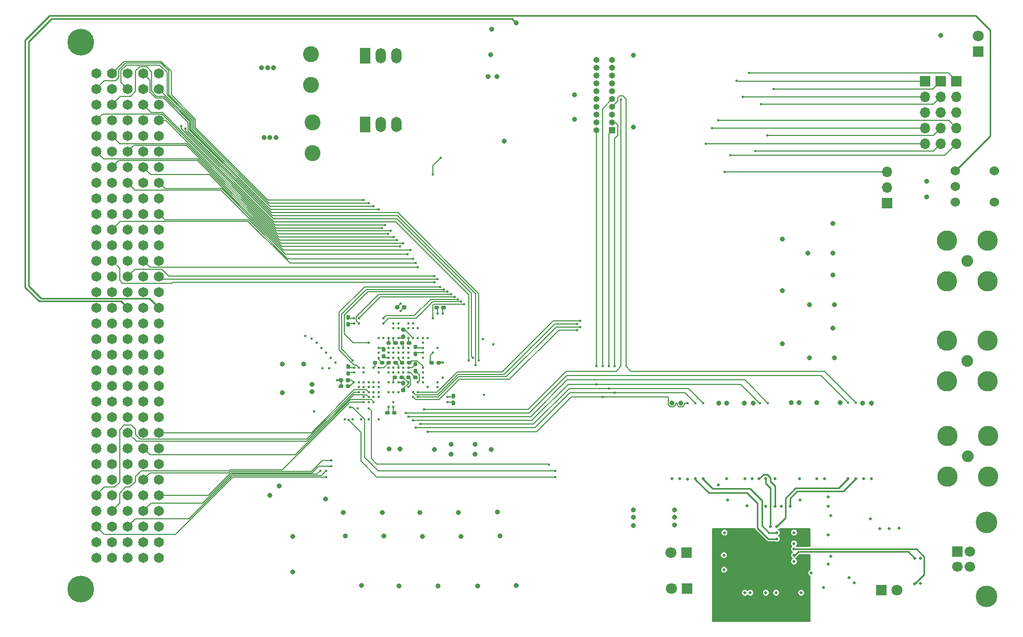
<source format=gbl>
G04 #@! TF.GenerationSoftware,KiCad,Pcbnew,(5.1.9)-1*
G04 #@! TF.CreationDate,2022-04-01T17:50:07-04:00*
G04 #@! TF.ProjectId,MC-DSP,4d432d44-5350-42e6-9b69-6361645f7063,rev?*
G04 #@! TF.SameCoordinates,Original*
G04 #@! TF.FileFunction,Copper,L6,Bot*
G04 #@! TF.FilePolarity,Positive*
%FSLAX46Y46*%
G04 Gerber Fmt 4.6, Leading zero omitted, Abs format (unit mm)*
G04 Created by KiCad (PCBNEW (5.1.9)-1) date 2022-04-01 17:50:07*
%MOMM*%
%LPD*%
G01*
G04 APERTURE LIST*
G04 #@! TA.AperFunction,ComponentPad*
%ADD10C,4.350000*%
G04 #@! TD*
G04 #@! TA.AperFunction,ComponentPad*
%ADD11C,1.650000*%
G04 #@! TD*
G04 #@! TA.AperFunction,ComponentPad*
%ADD12O,1.700000X1.700000*%
G04 #@! TD*
G04 #@! TA.AperFunction,ComponentPad*
%ADD13R,1.700000X1.700000*%
G04 #@! TD*
G04 #@! TA.AperFunction,ComponentPad*
%ADD14C,1.800000*%
G04 #@! TD*
G04 #@! TA.AperFunction,ComponentPad*
%ADD15R,1.800000X1.800000*%
G04 #@! TD*
G04 #@! TA.AperFunction,ComponentPad*
%ADD16C,3.315000*%
G04 #@! TD*
G04 #@! TA.AperFunction,ComponentPad*
%ADD17C,1.905000*%
G04 #@! TD*
G04 #@! TA.AperFunction,ComponentPad*
%ADD18O,1.700000X2.500000*%
G04 #@! TD*
G04 #@! TA.AperFunction,ComponentPad*
%ADD19R,1.700000X2.500000*%
G04 #@! TD*
G04 #@! TA.AperFunction,ComponentPad*
%ADD20C,3.500000*%
G04 #@! TD*
G04 #@! TA.AperFunction,ComponentPad*
%ADD21C,1.700000*%
G04 #@! TD*
G04 #@! TA.AperFunction,ComponentPad*
%ADD22O,1.000000X1.000000*%
G04 #@! TD*
G04 #@! TA.AperFunction,ComponentPad*
%ADD23R,1.000000X1.000000*%
G04 #@! TD*
G04 #@! TA.AperFunction,ComponentPad*
%ADD24C,1.524000*%
G04 #@! TD*
G04 #@! TA.AperFunction,ComponentPad*
%ADD25C,2.600000*%
G04 #@! TD*
G04 #@! TA.AperFunction,ViaPad*
%ADD26C,0.450000*%
G04 #@! TD*
G04 #@! TA.AperFunction,ViaPad*
%ADD27C,0.812800*%
G04 #@! TD*
G04 #@! TA.AperFunction,ViaPad*
%ADD28C,0.800000*%
G04 #@! TD*
G04 #@! TA.AperFunction,ViaPad*
%ADD29C,0.508000*%
G04 #@! TD*
G04 #@! TA.AperFunction,Conductor*
%ADD30C,0.254000*%
G04 #@! TD*
G04 #@! TA.AperFunction,Conductor*
%ADD31C,0.127000*%
G04 #@! TD*
G04 #@! TA.AperFunction,Conductor*
%ADD32C,0.250000*%
G04 #@! TD*
G04 #@! TA.AperFunction,Conductor*
%ADD33C,0.203200*%
G04 #@! TD*
G04 #@! TA.AperFunction,Conductor*
%ADD34C,0.100000*%
G04 #@! TD*
G04 APERTURE END LIST*
G04 #@! TA.AperFunction,SMDPad,CuDef*
G36*
G01*
X169600000Y-60295000D02*
X169600000Y-60605000D01*
G75*
G02*
X169445000Y-60760000I-155000J0D01*
G01*
X169020000Y-60760000D01*
G75*
G02*
X168865000Y-60605000I0J155000D01*
G01*
X168865000Y-60295000D01*
G75*
G02*
X169020000Y-60140000I155000J0D01*
G01*
X169445000Y-60140000D01*
G75*
G02*
X169600000Y-60295000I0J-155000D01*
G01*
G37*
G04 #@! TD.AperFunction*
G04 #@! TA.AperFunction,SMDPad,CuDef*
G36*
G01*
X170735000Y-60295000D02*
X170735000Y-60605000D01*
G75*
G02*
X170580000Y-60760000I-155000J0D01*
G01*
X170155000Y-60760000D01*
G75*
G02*
X170000000Y-60605000I0J155000D01*
G01*
X170000000Y-60295000D01*
G75*
G02*
X170155000Y-60140000I155000J0D01*
G01*
X170580000Y-60140000D01*
G75*
G02*
X170735000Y-60295000I0J-155000D01*
G01*
G37*
G04 #@! TD.AperFunction*
G04 #@! TA.AperFunction,SMDPad,CuDef*
G36*
G01*
X172105000Y-75200000D02*
X171795000Y-75200000D01*
G75*
G02*
X171640000Y-75045000I0J155000D01*
G01*
X171640000Y-74620000D01*
G75*
G02*
X171795000Y-74465000I155000J0D01*
G01*
X172105000Y-74465000D01*
G75*
G02*
X172260000Y-74620000I0J-155000D01*
G01*
X172260000Y-75045000D01*
G75*
G02*
X172105000Y-75200000I-155000J0D01*
G01*
G37*
G04 #@! TD.AperFunction*
G04 #@! TA.AperFunction,SMDPad,CuDef*
G36*
G01*
X172105000Y-76335000D02*
X171795000Y-76335000D01*
G75*
G02*
X171640000Y-76180000I0J155000D01*
G01*
X171640000Y-75755000D01*
G75*
G02*
X171795000Y-75600000I155000J0D01*
G01*
X172105000Y-75600000D01*
G75*
G02*
X172260000Y-75755000I0J-155000D01*
G01*
X172260000Y-76180000D01*
G75*
G02*
X172105000Y-76335000I-155000J0D01*
G01*
G37*
G04 #@! TD.AperFunction*
G04 #@! TA.AperFunction,SMDPad,CuDef*
G36*
G01*
X162000000Y-77705000D02*
X162000000Y-77395000D01*
G75*
G02*
X162155000Y-77240000I155000J0D01*
G01*
X162580000Y-77240000D01*
G75*
G02*
X162735000Y-77395000I0J-155000D01*
G01*
X162735000Y-77705000D01*
G75*
G02*
X162580000Y-77860000I-155000J0D01*
G01*
X162155000Y-77860000D01*
G75*
G02*
X162000000Y-77705000I0J155000D01*
G01*
G37*
G04 #@! TD.AperFunction*
G04 #@! TA.AperFunction,SMDPad,CuDef*
G36*
G01*
X160865000Y-77705000D02*
X160865000Y-77395000D01*
G75*
G02*
X161020000Y-77240000I155000J0D01*
G01*
X161445000Y-77240000D01*
G75*
G02*
X161600000Y-77395000I0J-155000D01*
G01*
X161600000Y-77705000D01*
G75*
G02*
X161445000Y-77860000I-155000J0D01*
G01*
X161020000Y-77860000D01*
G75*
G02*
X160865000Y-77705000I0J155000D01*
G01*
G37*
G04 #@! TD.AperFunction*
G04 #@! TA.AperFunction,SMDPad,CuDef*
G36*
G01*
X165000000Y-71645000D02*
X165000000Y-71955000D01*
G75*
G02*
X164845000Y-72110000I-155000J0D01*
G01*
X164420000Y-72110000D01*
G75*
G02*
X164265000Y-71955000I0J155000D01*
G01*
X164265000Y-71645000D01*
G75*
G02*
X164420000Y-71490000I155000J0D01*
G01*
X164845000Y-71490000D01*
G75*
G02*
X165000000Y-71645000I0J-155000D01*
G01*
G37*
G04 #@! TD.AperFunction*
G04 #@! TA.AperFunction,SMDPad,CuDef*
G36*
G01*
X166135000Y-71645000D02*
X166135000Y-71955000D01*
G75*
G02*
X165980000Y-72110000I-155000J0D01*
G01*
X165555000Y-72110000D01*
G75*
G02*
X165400000Y-71955000I0J155000D01*
G01*
X165400000Y-71645000D01*
G75*
G02*
X165555000Y-71490000I155000J0D01*
G01*
X165980000Y-71490000D01*
G75*
G02*
X166135000Y-71645000I0J-155000D01*
G01*
G37*
G04 #@! TD.AperFunction*
G04 #@! TA.AperFunction,SMDPad,CuDef*
G36*
G01*
X163200000Y-60245000D02*
X163200000Y-60555000D01*
G75*
G02*
X163045000Y-60710000I-155000J0D01*
G01*
X162620000Y-60710000D01*
G75*
G02*
X162465000Y-60555000I0J155000D01*
G01*
X162465000Y-60245000D01*
G75*
G02*
X162620000Y-60090000I155000J0D01*
G01*
X163045000Y-60090000D01*
G75*
G02*
X163200000Y-60245000I0J-155000D01*
G01*
G37*
G04 #@! TD.AperFunction*
G04 #@! TA.AperFunction,SMDPad,CuDef*
G36*
G01*
X164335000Y-60245000D02*
X164335000Y-60555000D01*
G75*
G02*
X164180000Y-60710000I-155000J0D01*
G01*
X163755000Y-60710000D01*
G75*
G02*
X163600000Y-60555000I0J155000D01*
G01*
X163600000Y-60245000D01*
G75*
G02*
X163755000Y-60090000I155000J0D01*
G01*
X164180000Y-60090000D01*
G75*
G02*
X164335000Y-60245000I0J-155000D01*
G01*
G37*
G04 #@! TD.AperFunction*
G04 #@! TA.AperFunction,SMDPad,CuDef*
G36*
G01*
X163645000Y-64800000D02*
X163955000Y-64800000D01*
G75*
G02*
X164110000Y-64955000I0J-155000D01*
G01*
X164110000Y-65380000D01*
G75*
G02*
X163955000Y-65535000I-155000J0D01*
G01*
X163645000Y-65535000D01*
G75*
G02*
X163490000Y-65380000I0J155000D01*
G01*
X163490000Y-64955000D01*
G75*
G02*
X163645000Y-64800000I155000J0D01*
G01*
G37*
G04 #@! TD.AperFunction*
G04 #@! TA.AperFunction,SMDPad,CuDef*
G36*
G01*
X163645000Y-63665000D02*
X163955000Y-63665000D01*
G75*
G02*
X164110000Y-63820000I0J-155000D01*
G01*
X164110000Y-64245000D01*
G75*
G02*
X163955000Y-64400000I-155000J0D01*
G01*
X163645000Y-64400000D01*
G75*
G02*
X163490000Y-64245000I0J155000D01*
G01*
X163490000Y-63820000D01*
G75*
G02*
X163645000Y-63665000I155000J0D01*
G01*
G37*
G04 #@! TD.AperFunction*
G04 #@! TA.AperFunction,SMDPad,CuDef*
G36*
G01*
X154695000Y-62800000D02*
X155005000Y-62800000D01*
G75*
G02*
X155160000Y-62955000I0J-155000D01*
G01*
X155160000Y-63380000D01*
G75*
G02*
X155005000Y-63535000I-155000J0D01*
G01*
X154695000Y-63535000D01*
G75*
G02*
X154540000Y-63380000I0J155000D01*
G01*
X154540000Y-62955000D01*
G75*
G02*
X154695000Y-62800000I155000J0D01*
G01*
G37*
G04 #@! TD.AperFunction*
G04 #@! TA.AperFunction,SMDPad,CuDef*
G36*
G01*
X154695000Y-61665000D02*
X155005000Y-61665000D01*
G75*
G02*
X155160000Y-61820000I0J-155000D01*
G01*
X155160000Y-62245000D01*
G75*
G02*
X155005000Y-62400000I-155000J0D01*
G01*
X154695000Y-62400000D01*
G75*
G02*
X154540000Y-62245000I0J155000D01*
G01*
X154540000Y-61820000D01*
G75*
G02*
X154695000Y-61665000I155000J0D01*
G01*
G37*
G04 #@! TD.AperFunction*
G04 #@! TA.AperFunction,SMDPad,CuDef*
G36*
G01*
X160755000Y-67600000D02*
X160445000Y-67600000D01*
G75*
G02*
X160290000Y-67445000I0J155000D01*
G01*
X160290000Y-67020000D01*
G75*
G02*
X160445000Y-66865000I155000J0D01*
G01*
X160755000Y-66865000D01*
G75*
G02*
X160910000Y-67020000I0J-155000D01*
G01*
X160910000Y-67445000D01*
G75*
G02*
X160755000Y-67600000I-155000J0D01*
G01*
G37*
G04 #@! TD.AperFunction*
G04 #@! TA.AperFunction,SMDPad,CuDef*
G36*
G01*
X160755000Y-68735000D02*
X160445000Y-68735000D01*
G75*
G02*
X160290000Y-68580000I0J155000D01*
G01*
X160290000Y-68155000D01*
G75*
G02*
X160445000Y-68000000I155000J0D01*
G01*
X160755000Y-68000000D01*
G75*
G02*
X160910000Y-68155000I0J-155000D01*
G01*
X160910000Y-68580000D01*
G75*
G02*
X160755000Y-68735000I-155000J0D01*
G01*
G37*
G04 #@! TD.AperFunction*
G04 #@! TA.AperFunction,SMDPad,CuDef*
G36*
G01*
X162800000Y-71645000D02*
X162800000Y-71955000D01*
G75*
G02*
X162645000Y-72110000I-155000J0D01*
G01*
X162220000Y-72110000D01*
G75*
G02*
X162065000Y-71955000I0J155000D01*
G01*
X162065000Y-71645000D01*
G75*
G02*
X162220000Y-71490000I155000J0D01*
G01*
X162645000Y-71490000D01*
G75*
G02*
X162800000Y-71645000I0J-155000D01*
G01*
G37*
G04 #@! TD.AperFunction*
G04 #@! TA.AperFunction,SMDPad,CuDef*
G36*
G01*
X163935000Y-71645000D02*
X163935000Y-71955000D01*
G75*
G02*
X163780000Y-72110000I-155000J0D01*
G01*
X163355000Y-72110000D01*
G75*
G02*
X163200000Y-71955000I0J155000D01*
G01*
X163200000Y-71645000D01*
G75*
G02*
X163355000Y-71490000I155000J0D01*
G01*
X163780000Y-71490000D01*
G75*
G02*
X163935000Y-71645000I0J-155000D01*
G01*
G37*
G04 #@! TD.AperFunction*
G04 #@! TA.AperFunction,SMDPad,CuDef*
G36*
G01*
X155005000Y-70400000D02*
X154695000Y-70400000D01*
G75*
G02*
X154540000Y-70245000I0J155000D01*
G01*
X154540000Y-69820000D01*
G75*
G02*
X154695000Y-69665000I155000J0D01*
G01*
X155005000Y-69665000D01*
G75*
G02*
X155160000Y-69820000I0J-155000D01*
G01*
X155160000Y-70245000D01*
G75*
G02*
X155005000Y-70400000I-155000J0D01*
G01*
G37*
G04 #@! TD.AperFunction*
G04 #@! TA.AperFunction,SMDPad,CuDef*
G36*
G01*
X155005000Y-71535000D02*
X154695000Y-71535000D01*
G75*
G02*
X154540000Y-71380000I0J155000D01*
G01*
X154540000Y-70955000D01*
G75*
G02*
X154695000Y-70800000I155000J0D01*
G01*
X155005000Y-70800000D01*
G75*
G02*
X155160000Y-70955000I0J-155000D01*
G01*
X155160000Y-71380000D01*
G75*
G02*
X155005000Y-71535000I-155000J0D01*
G01*
G37*
G04 #@! TD.AperFunction*
G04 #@! TA.AperFunction,SMDPad,CuDef*
G36*
G01*
X161800000Y-69245000D02*
X161800000Y-69555000D01*
G75*
G02*
X161645000Y-69710000I-155000J0D01*
G01*
X161220000Y-69710000D01*
G75*
G02*
X161065000Y-69555000I0J155000D01*
G01*
X161065000Y-69245000D01*
G75*
G02*
X161220000Y-69090000I155000J0D01*
G01*
X161645000Y-69090000D01*
G75*
G02*
X161800000Y-69245000I0J-155000D01*
G01*
G37*
G04 #@! TD.AperFunction*
G04 #@! TA.AperFunction,SMDPad,CuDef*
G36*
G01*
X162935000Y-69245000D02*
X162935000Y-69555000D01*
G75*
G02*
X162780000Y-69710000I-155000J0D01*
G01*
X162355000Y-69710000D01*
G75*
G02*
X162200000Y-69555000I0J155000D01*
G01*
X162200000Y-69245000D01*
G75*
G02*
X162355000Y-69090000I155000J0D01*
G01*
X162780000Y-69090000D01*
G75*
G02*
X162935000Y-69245000I0J-155000D01*
G01*
G37*
G04 #@! TD.AperFunction*
G04 #@! TA.AperFunction,SMDPad,CuDef*
G36*
G01*
X168800000Y-69245000D02*
X168800000Y-69555000D01*
G75*
G02*
X168645000Y-69710000I-155000J0D01*
G01*
X168220000Y-69710000D01*
G75*
G02*
X168065000Y-69555000I0J155000D01*
G01*
X168065000Y-69245000D01*
G75*
G02*
X168220000Y-69090000I155000J0D01*
G01*
X168645000Y-69090000D01*
G75*
G02*
X168800000Y-69245000I0J-155000D01*
G01*
G37*
G04 #@! TD.AperFunction*
G04 #@! TA.AperFunction,SMDPad,CuDef*
G36*
G01*
X169935000Y-69245000D02*
X169935000Y-69555000D01*
G75*
G02*
X169780000Y-69710000I-155000J0D01*
G01*
X169355000Y-69710000D01*
G75*
G02*
X169200000Y-69555000I0J155000D01*
G01*
X169200000Y-69245000D01*
G75*
G02*
X169355000Y-69090000I155000J0D01*
G01*
X169780000Y-69090000D01*
G75*
G02*
X169935000Y-69245000I0J-155000D01*
G01*
G37*
G04 #@! TD.AperFunction*
G04 #@! TA.AperFunction,SMDPad,CuDef*
G36*
G01*
X164400000Y-69555000D02*
X164400000Y-69245000D01*
G75*
G02*
X164555000Y-69090000I155000J0D01*
G01*
X164980000Y-69090000D01*
G75*
G02*
X165135000Y-69245000I0J-155000D01*
G01*
X165135000Y-69555000D01*
G75*
G02*
X164980000Y-69710000I-155000J0D01*
G01*
X164555000Y-69710000D01*
G75*
G02*
X164400000Y-69555000I0J155000D01*
G01*
G37*
G04 #@! TD.AperFunction*
G04 #@! TA.AperFunction,SMDPad,CuDef*
G36*
G01*
X163265000Y-69555000D02*
X163265000Y-69245000D01*
G75*
G02*
X163420000Y-69090000I155000J0D01*
G01*
X163845000Y-69090000D01*
G75*
G02*
X164000000Y-69245000I0J-155000D01*
G01*
X164000000Y-69555000D01*
G75*
G02*
X163845000Y-69710000I-155000J0D01*
G01*
X163420000Y-69710000D01*
G75*
G02*
X163265000Y-69555000I0J155000D01*
G01*
G37*
G04 #@! TD.AperFunction*
G04 #@! TA.AperFunction,SMDPad,CuDef*
G36*
G01*
X154450000Y-72405000D02*
X154450000Y-72095000D01*
G75*
G02*
X154605000Y-71940000I155000J0D01*
G01*
X155030000Y-71940000D01*
G75*
G02*
X155185000Y-72095000I0J-155000D01*
G01*
X155185000Y-72405000D01*
G75*
G02*
X155030000Y-72560000I-155000J0D01*
G01*
X154605000Y-72560000D01*
G75*
G02*
X154450000Y-72405000I0J155000D01*
G01*
G37*
G04 #@! TD.AperFunction*
G04 #@! TA.AperFunction,SMDPad,CuDef*
G36*
G01*
X153315000Y-72405000D02*
X153315000Y-72095000D01*
G75*
G02*
X153470000Y-71940000I155000J0D01*
G01*
X153895000Y-71940000D01*
G75*
G02*
X154050000Y-72095000I0J-155000D01*
G01*
X154050000Y-72405000D01*
G75*
G02*
X153895000Y-72560000I-155000J0D01*
G01*
X153470000Y-72560000D01*
G75*
G02*
X153315000Y-72405000I0J155000D01*
G01*
G37*
G04 #@! TD.AperFunction*
G04 #@! TA.AperFunction,SMDPad,CuDef*
G36*
G01*
X154450000Y-73405000D02*
X154450000Y-73095000D01*
G75*
G02*
X154605000Y-72940000I155000J0D01*
G01*
X155030000Y-72940000D01*
G75*
G02*
X155185000Y-73095000I0J-155000D01*
G01*
X155185000Y-73405000D01*
G75*
G02*
X155030000Y-73560000I-155000J0D01*
G01*
X154605000Y-73560000D01*
G75*
G02*
X154450000Y-73405000I0J155000D01*
G01*
G37*
G04 #@! TD.AperFunction*
G04 #@! TA.AperFunction,SMDPad,CuDef*
G36*
G01*
X153315000Y-73405000D02*
X153315000Y-73095000D01*
G75*
G02*
X153470000Y-72940000I155000J0D01*
G01*
X153895000Y-72940000D01*
G75*
G02*
X154050000Y-73095000I0J-155000D01*
G01*
X154050000Y-73405000D01*
G75*
G02*
X153895000Y-73560000I-155000J0D01*
G01*
X153470000Y-73560000D01*
G75*
G02*
X153315000Y-73405000I0J155000D01*
G01*
G37*
G04 #@! TD.AperFunction*
G04 #@! TA.AperFunction,SMDPad,CuDef*
G36*
G01*
X165645000Y-70400000D02*
X165955000Y-70400000D01*
G75*
G02*
X166110000Y-70555000I0J-155000D01*
G01*
X166110000Y-70980000D01*
G75*
G02*
X165955000Y-71135000I-155000J0D01*
G01*
X165645000Y-71135000D01*
G75*
G02*
X165490000Y-70980000I0J155000D01*
G01*
X165490000Y-70555000D01*
G75*
G02*
X165645000Y-70400000I155000J0D01*
G01*
G37*
G04 #@! TD.AperFunction*
G04 #@! TA.AperFunction,SMDPad,CuDef*
G36*
G01*
X165645000Y-69265000D02*
X165955000Y-69265000D01*
G75*
G02*
X166110000Y-69420000I0J-155000D01*
G01*
X166110000Y-69845000D01*
G75*
G02*
X165955000Y-70000000I-155000J0D01*
G01*
X165645000Y-70000000D01*
G75*
G02*
X165490000Y-69845000I0J155000D01*
G01*
X165490000Y-69420000D01*
G75*
G02*
X165645000Y-69265000I155000J0D01*
G01*
G37*
G04 #@! TD.AperFunction*
G04 #@! TA.AperFunction,SMDPad,CuDef*
G36*
G01*
X162200000Y-66355000D02*
X162200000Y-66045000D01*
G75*
G02*
X162355000Y-65890000I155000J0D01*
G01*
X162780000Y-65890000D01*
G75*
G02*
X162935000Y-66045000I0J-155000D01*
G01*
X162935000Y-66355000D01*
G75*
G02*
X162780000Y-66510000I-155000J0D01*
G01*
X162355000Y-66510000D01*
G75*
G02*
X162200000Y-66355000I0J155000D01*
G01*
G37*
G04 #@! TD.AperFunction*
G04 #@! TA.AperFunction,SMDPad,CuDef*
G36*
G01*
X161065000Y-66355000D02*
X161065000Y-66045000D01*
G75*
G02*
X161220000Y-65890000I155000J0D01*
G01*
X161645000Y-65890000D01*
G75*
G02*
X161800000Y-66045000I0J-155000D01*
G01*
X161800000Y-66355000D01*
G75*
G02*
X161645000Y-66510000I-155000J0D01*
G01*
X161220000Y-66510000D01*
G75*
G02*
X161065000Y-66355000I0J155000D01*
G01*
G37*
G04 #@! TD.AperFunction*
G04 #@! TA.AperFunction,SMDPad,CuDef*
G36*
G01*
X164400000Y-66355000D02*
X164400000Y-66045000D01*
G75*
G02*
X164555000Y-65890000I155000J0D01*
G01*
X164980000Y-65890000D01*
G75*
G02*
X165135000Y-66045000I0J-155000D01*
G01*
X165135000Y-66355000D01*
G75*
G02*
X164980000Y-66510000I-155000J0D01*
G01*
X164555000Y-66510000D01*
G75*
G02*
X164400000Y-66355000I0J155000D01*
G01*
G37*
G04 #@! TD.AperFunction*
G04 #@! TA.AperFunction,SMDPad,CuDef*
G36*
G01*
X163265000Y-66355000D02*
X163265000Y-66045000D01*
G75*
G02*
X163420000Y-65890000I155000J0D01*
G01*
X163845000Y-65890000D01*
G75*
G02*
X164000000Y-66045000I0J-155000D01*
G01*
X164000000Y-66355000D01*
G75*
G02*
X163845000Y-66510000I-155000J0D01*
G01*
X163420000Y-66510000D01*
G75*
G02*
X163265000Y-66355000I0J155000D01*
G01*
G37*
G04 #@! TD.AperFunction*
G04 #@! TA.AperFunction,SMDPad,CuDef*
G36*
G01*
X165645000Y-67600000D02*
X165955000Y-67600000D01*
G75*
G02*
X166110000Y-67755000I0J-155000D01*
G01*
X166110000Y-68180000D01*
G75*
G02*
X165955000Y-68335000I-155000J0D01*
G01*
X165645000Y-68335000D01*
G75*
G02*
X165490000Y-68180000I0J155000D01*
G01*
X165490000Y-67755000D01*
G75*
G02*
X165645000Y-67600000I155000J0D01*
G01*
G37*
G04 #@! TD.AperFunction*
G04 #@! TA.AperFunction,SMDPad,CuDef*
G36*
G01*
X165645000Y-66465000D02*
X165955000Y-66465000D01*
G75*
G02*
X166110000Y-66620000I0J-155000D01*
G01*
X166110000Y-67045000D01*
G75*
G02*
X165955000Y-67200000I-155000J0D01*
G01*
X165645000Y-67200000D01*
G75*
G02*
X165490000Y-67045000I0J155000D01*
G01*
X165490000Y-66620000D01*
G75*
G02*
X165645000Y-66465000I155000J0D01*
G01*
G37*
G04 #@! TD.AperFunction*
G04 #@! TA.AperFunction,SMDPad,CuDef*
G36*
G01*
X160000000Y-69555000D02*
X160000000Y-69245000D01*
G75*
G02*
X160155000Y-69090000I155000J0D01*
G01*
X160580000Y-69090000D01*
G75*
G02*
X160735000Y-69245000I0J-155000D01*
G01*
X160735000Y-69555000D01*
G75*
G02*
X160580000Y-69710000I-155000J0D01*
G01*
X160155000Y-69710000D01*
G75*
G02*
X160000000Y-69555000I0J155000D01*
G01*
G37*
G04 #@! TD.AperFunction*
G04 #@! TA.AperFunction,SMDPad,CuDef*
G36*
G01*
X158865000Y-69555000D02*
X158865000Y-69245000D01*
G75*
G02*
X159020000Y-69090000I155000J0D01*
G01*
X159445000Y-69090000D01*
G75*
G02*
X159600000Y-69245000I0J-155000D01*
G01*
X159600000Y-69555000D01*
G75*
G02*
X159445000Y-69710000I-155000J0D01*
G01*
X159020000Y-69710000D01*
G75*
G02*
X158865000Y-69555000I0J155000D01*
G01*
G37*
G04 #@! TD.AperFunction*
G04 #@! TA.AperFunction,SMDPad,CuDef*
G36*
G01*
X163955000Y-73100000D02*
X163645000Y-73100000D01*
G75*
G02*
X163490000Y-72945000I0J155000D01*
G01*
X163490000Y-72520000D01*
G75*
G02*
X163645000Y-72365000I155000J0D01*
G01*
X163955000Y-72365000D01*
G75*
G02*
X164110000Y-72520000I0J-155000D01*
G01*
X164110000Y-72945000D01*
G75*
G02*
X163955000Y-73100000I-155000J0D01*
G01*
G37*
G04 #@! TD.AperFunction*
G04 #@! TA.AperFunction,SMDPad,CuDef*
G36*
G01*
X163955000Y-74235000D02*
X163645000Y-74235000D01*
G75*
G02*
X163490000Y-74080000I0J155000D01*
G01*
X163490000Y-73655000D01*
G75*
G02*
X163645000Y-73500000I155000J0D01*
G01*
X163955000Y-73500000D01*
G75*
G02*
X164110000Y-73655000I0J-155000D01*
G01*
X164110000Y-74080000D01*
G75*
G02*
X163955000Y-74235000I-155000J0D01*
G01*
G37*
G04 #@! TD.AperFunction*
D10*
X111379000Y-17272000D03*
X111379000Y-106172000D03*
D11*
X124079000Y-22352000D03*
X124079000Y-24892000D03*
X124079000Y-27432000D03*
X124079000Y-29972000D03*
X124079000Y-32512000D03*
X124079000Y-35052000D03*
X124079000Y-37592000D03*
X124079000Y-40132000D03*
X124079000Y-42672000D03*
X124079000Y-45212000D03*
X124079000Y-47752000D03*
X124079000Y-50292000D03*
X124079000Y-52832000D03*
X124079000Y-55372000D03*
X124079000Y-57912000D03*
X124079000Y-60452000D03*
X124079000Y-62992000D03*
X124079000Y-65532000D03*
X124079000Y-68072000D03*
X124079000Y-70612000D03*
X124079000Y-73152000D03*
X124079000Y-75692000D03*
X124079000Y-78232000D03*
X124079000Y-80772000D03*
X124079000Y-83312000D03*
X124079000Y-85852000D03*
X124079000Y-88392000D03*
X124079000Y-90932000D03*
X124079000Y-93472000D03*
X124079000Y-96012000D03*
X124079000Y-98552000D03*
X124079000Y-101092000D03*
X121539000Y-22352000D03*
X121539000Y-24892000D03*
X121539000Y-27432000D03*
X121539000Y-29972000D03*
X121539000Y-32512000D03*
X121539000Y-35052000D03*
X121539000Y-37592000D03*
X121539000Y-40132000D03*
X121539000Y-42672000D03*
X121539000Y-45212000D03*
X121539000Y-47752000D03*
X121539000Y-50292000D03*
X121539000Y-52832000D03*
X121539000Y-55372000D03*
X121539000Y-57912000D03*
X121539000Y-60452000D03*
X121539000Y-62992000D03*
X121539000Y-65532000D03*
X121539000Y-68072000D03*
X121539000Y-70612000D03*
X121539000Y-73152000D03*
X121539000Y-75692000D03*
X121539000Y-78232000D03*
X121539000Y-80772000D03*
X121539000Y-83312000D03*
X121539000Y-85852000D03*
X121539000Y-88392000D03*
X121539000Y-90932000D03*
X121539000Y-93472000D03*
X121539000Y-96012000D03*
X121539000Y-98552000D03*
X121539000Y-101092000D03*
X118999000Y-22352000D03*
X118999000Y-24892000D03*
X118999000Y-27432000D03*
X118999000Y-29972000D03*
X118999000Y-32512000D03*
X118999000Y-35052000D03*
X118999000Y-37592000D03*
X118999000Y-40132000D03*
X118999000Y-42672000D03*
X118999000Y-45212000D03*
X118999000Y-47752000D03*
X118999000Y-50292000D03*
X118999000Y-52832000D03*
X118999000Y-55372000D03*
X118999000Y-57912000D03*
X118999000Y-60452000D03*
X118999000Y-62992000D03*
X118999000Y-65532000D03*
X118999000Y-68072000D03*
X118999000Y-70612000D03*
X118999000Y-73152000D03*
X118999000Y-75692000D03*
X118999000Y-78232000D03*
X118999000Y-80772000D03*
X118999000Y-83312000D03*
X118999000Y-85852000D03*
X118999000Y-88392000D03*
X118999000Y-90932000D03*
X118999000Y-93472000D03*
X118999000Y-96012000D03*
X118999000Y-98552000D03*
X118999000Y-101092000D03*
X116459000Y-22352000D03*
X116459000Y-24892000D03*
X116459000Y-27432000D03*
X116459000Y-29972000D03*
X116459000Y-32512000D03*
X116459000Y-35052000D03*
X116459000Y-37592000D03*
X116459000Y-40132000D03*
X116459000Y-42672000D03*
X116459000Y-45212000D03*
X116459000Y-47752000D03*
X116459000Y-50292000D03*
X116459000Y-52832000D03*
X116459000Y-55372000D03*
X116459000Y-57912000D03*
X116459000Y-60452000D03*
X116459000Y-62992000D03*
X116459000Y-65532000D03*
X116459000Y-68072000D03*
X116459000Y-70612000D03*
X116459000Y-73152000D03*
X116459000Y-75692000D03*
X116459000Y-78232000D03*
X116459000Y-80772000D03*
X116459000Y-83312000D03*
X116459000Y-85852000D03*
X116459000Y-88392000D03*
X116459000Y-90932000D03*
X116459000Y-93472000D03*
X116459000Y-96012000D03*
X116459000Y-98552000D03*
X116459000Y-101092000D03*
X113919000Y-22352000D03*
X113919000Y-24892000D03*
X113919000Y-27432000D03*
X113919000Y-29972000D03*
X113919000Y-32512000D03*
X113919000Y-35052000D03*
X113919000Y-37592000D03*
X113919000Y-40132000D03*
X113919000Y-42672000D03*
X113919000Y-45212000D03*
X113919000Y-47752000D03*
X113919000Y-50292000D03*
X113919000Y-52832000D03*
X113919000Y-55372000D03*
X113919000Y-57912000D03*
X113919000Y-60452000D03*
X113919000Y-62992000D03*
X113919000Y-65532000D03*
X113919000Y-68072000D03*
X113919000Y-70612000D03*
X113919000Y-73152000D03*
X113919000Y-75692000D03*
X113919000Y-78232000D03*
X113919000Y-80772000D03*
X113919000Y-83312000D03*
X113919000Y-85852000D03*
X113919000Y-88392000D03*
X113919000Y-90932000D03*
X113919000Y-93472000D03*
X113919000Y-96012000D03*
X113919000Y-98552000D03*
X113919000Y-101092000D03*
D12*
X253746000Y-33782000D03*
X253746000Y-31242000D03*
X253746000Y-28702000D03*
X253746000Y-26162000D03*
D13*
X253746000Y-23622000D03*
D12*
X251206000Y-33782000D03*
X251206000Y-31242000D03*
X251206000Y-28702000D03*
X251206000Y-26162000D03*
D13*
X251206000Y-23622000D03*
D12*
X248666000Y-33782000D03*
X248666000Y-31242000D03*
X248666000Y-28702000D03*
X248666000Y-26162000D03*
D13*
X248666000Y-23622000D03*
D14*
X257302000Y-16256000D03*
D15*
X257302000Y-18796000D03*
D16*
X258778000Y-49565500D03*
X258778000Y-56165500D03*
X252178000Y-56165500D03*
X252178000Y-49565500D03*
D17*
X255478000Y-52865500D03*
D16*
X258841500Y-81315500D03*
X258841500Y-87915500D03*
X252241500Y-87915500D03*
X252241500Y-81315500D03*
D17*
X255541500Y-84615500D03*
D16*
X258778000Y-65796000D03*
X258778000Y-72396000D03*
X252178000Y-72396000D03*
X252178000Y-65796000D03*
D17*
X255478000Y-69096000D03*
D18*
X162674600Y-19496400D03*
X160134600Y-19496400D03*
D19*
X157594600Y-19496400D03*
D20*
X258610000Y-107370000D03*
X258610000Y-95330000D03*
D21*
X255900000Y-100100000D03*
X255900000Y-102600000D03*
X253900000Y-102600000D03*
D13*
X253900000Y-100100000D03*
D18*
X162719200Y-30659000D03*
X160179200Y-30659000D03*
D19*
X157639200Y-30659000D03*
D22*
X197770800Y-30368000D03*
X195230800Y-31638000D03*
X197770800Y-25288000D03*
X197770800Y-24018000D03*
D23*
X197770800Y-31638000D03*
D22*
X197770800Y-27828000D03*
X195230800Y-25288000D03*
X197770800Y-21478000D03*
X195230800Y-24018000D03*
X195230800Y-20208000D03*
X197770800Y-29098000D03*
X195230800Y-27828000D03*
X195230800Y-26558000D03*
X197770800Y-22748000D03*
X195230800Y-22748000D03*
X195230800Y-29098000D03*
X195230800Y-21478000D03*
X197770800Y-20208000D03*
X195230800Y-30368000D03*
X197770800Y-26558000D03*
D24*
X259850000Y-43340000D03*
X259850000Y-38260000D03*
X253500000Y-38260000D03*
X253500000Y-43340000D03*
X253500000Y-40800000D03*
D25*
X149050000Y-30381000D03*
X149050000Y-35381000D03*
X148850000Y-19281000D03*
X148850000Y-24281000D03*
D12*
X242443000Y-38354000D03*
X242443000Y-40894000D03*
D13*
X242443000Y-43434000D03*
D14*
X207300000Y-100300000D03*
D15*
X209840000Y-100300000D03*
D14*
X207360000Y-106100000D03*
D15*
X209900000Y-106100000D03*
D14*
X244094000Y-106400000D03*
D15*
X241554000Y-106400000D03*
D26*
X163400000Y-61000000D03*
X159800000Y-78600000D03*
X156900000Y-78600000D03*
X158200000Y-78600000D03*
X155600000Y-78600000D03*
X154300000Y-78600000D03*
D27*
X163300000Y-83400000D03*
D26*
X176900000Y-74600000D03*
D27*
X178100000Y-83500000D03*
D26*
X159800000Y-65400000D03*
X161400000Y-65400000D03*
X165400000Y-65400000D03*
X167000000Y-65400000D03*
X161400000Y-67000000D03*
X167000000Y-67000000D03*
X169400000Y-67000000D03*
X159800000Y-67800000D03*
X167000000Y-68600000D03*
X161400000Y-70200000D03*
X170200000Y-69400000D03*
X157400000Y-71000000D03*
X159800000Y-71000000D03*
X167000000Y-71000000D03*
X156600000Y-72600000D03*
X159000000Y-72600000D03*
X161400000Y-72600000D03*
X164600000Y-72600000D03*
X167000000Y-72600000D03*
X161400000Y-74200000D03*
X159800000Y-75000000D03*
X159000000Y-70200000D03*
D27*
X201200000Y-93300000D03*
X201200000Y-94550000D03*
X201200000Y-95850000D03*
X234800000Y-75900000D03*
X231000000Y-75900000D03*
X228150000Y-75900000D03*
X216400000Y-75950000D03*
X142700000Y-21450000D03*
X141750000Y-21450000D03*
X140800000Y-21450000D03*
X141200000Y-32800000D03*
X142150000Y-32800000D03*
X143100000Y-32800000D03*
D26*
X153000000Y-72250000D03*
X155800000Y-62200000D03*
X170200000Y-61400000D03*
X171000000Y-75800000D03*
X161400000Y-76600000D03*
X155800000Y-71000000D03*
D27*
X151200000Y-91550000D03*
X144150000Y-69600000D03*
X148950000Y-74150000D03*
X144150000Y-74250000D03*
D26*
X157400000Y-70200000D03*
D28*
X169460000Y-105684000D03*
X182185000Y-105634000D03*
X157035000Y-105659000D03*
X175860000Y-105709000D03*
X163110000Y-105684000D03*
X225425000Y-57658000D03*
X225425000Y-66294000D03*
X179070000Y-22860000D03*
X145818000Y-103429000D03*
X145850000Y-97650000D03*
X233680000Y-51562000D03*
X160424000Y-93765000D03*
X172793000Y-93790000D03*
X154095000Y-93740000D03*
X179118000Y-93715000D03*
X166520000Y-93765000D03*
X191690000Y-29836000D03*
X233934000Y-68580000D03*
X233934000Y-59944000D03*
X248920000Y-39878000D03*
X248920000Y-42418000D03*
X180230000Y-33384000D03*
X178054000Y-19304000D03*
X225425000Y-49276000D03*
D26*
X162200000Y-67000000D03*
X163000000Y-67000000D03*
X163800000Y-67000000D03*
X164600000Y-67000000D03*
X161400000Y-67800000D03*
X162200000Y-67800000D03*
X163000000Y-67800000D03*
X163800000Y-67800000D03*
X164600000Y-67800000D03*
X161400000Y-68600000D03*
X162200000Y-68600000D03*
X163000000Y-68600000D03*
X163800000Y-68600000D03*
X164600000Y-68600000D03*
X162200000Y-70200000D03*
X163000000Y-70200000D03*
X163800000Y-70200000D03*
X164600000Y-70200000D03*
X161400000Y-71000000D03*
X162200000Y-71000000D03*
X163000000Y-71000000D03*
X163800000Y-71000000D03*
X164600000Y-71000000D03*
X156400000Y-76800000D03*
D27*
X238450000Y-75950000D03*
X220700000Y-76000000D03*
X208900000Y-76000000D03*
X168900000Y-83500000D03*
D26*
X176752270Y-65547730D03*
D27*
X143648246Y-89470768D03*
X251190000Y-16250000D03*
X226900000Y-75900000D03*
X215100000Y-75950000D03*
D28*
X201215000Y-19422000D03*
X201215000Y-31106000D03*
X191690000Y-25899000D03*
X233680000Y-46736000D03*
X233680000Y-55118000D03*
X233680000Y-63754000D03*
D27*
X147650000Y-69600000D03*
X239900000Y-75950000D03*
X219271300Y-76000000D03*
X207494400Y-76000000D03*
X175500000Y-84300000D03*
D26*
X178475000Y-66425000D03*
D28*
X229616000Y-51562000D03*
X229870000Y-59944000D03*
X229870000Y-68580000D03*
D27*
X178150000Y-15210000D03*
X177560000Y-22910000D03*
X171600000Y-82700000D03*
X161500000Y-83400000D03*
D26*
X162200000Y-65400000D03*
X164600000Y-65400000D03*
X167000000Y-66200000D03*
X167000000Y-67800000D03*
X159800000Y-68600000D03*
X163000000Y-72600000D03*
X166200000Y-72600000D03*
X169900000Y-36100000D03*
D27*
X182157750Y-14207750D03*
D26*
X168600000Y-38800000D03*
X160600000Y-65400000D03*
X163000000Y-65400000D03*
X166200000Y-65400000D03*
X167800000Y-65400000D03*
X159800000Y-67000000D03*
X168600000Y-67800000D03*
X159800000Y-70200000D03*
X167000000Y-70200000D03*
X167000000Y-71800000D03*
X162200000Y-72600000D03*
X164600000Y-73400000D03*
X155800000Y-63000000D03*
X169400000Y-61400000D03*
X171000000Y-75000000D03*
X162200000Y-76600000D03*
X155800000Y-70200000D03*
D27*
X171600000Y-84300000D03*
D26*
X163400000Y-59800000D03*
X159800000Y-72600000D03*
X155750000Y-72600000D03*
D27*
X160644750Y-97555250D03*
X173178750Y-97646250D03*
X179579750Y-97595250D03*
X154391750Y-97608250D03*
X166892750Y-97657250D03*
X148950000Y-72950000D03*
X142159507Y-90959507D03*
D29*
X226721600Y-106780400D03*
X216035000Y-98036000D03*
X218352200Y-106426000D03*
X225933000Y-98044000D03*
X215011000Y-89281000D03*
X232283000Y-88265000D03*
X237109000Y-105156000D03*
X232156000Y-105918000D03*
X233299000Y-100838000D03*
X233299000Y-94234000D03*
X232918000Y-91186000D03*
X242800000Y-96417000D03*
X215925010Y-100711000D03*
X207494400Y-88288600D03*
X219337500Y-88265000D03*
X239903000Y-88265000D03*
X225221600Y-92710000D03*
X219710000Y-92698400D03*
X219329750Y-106807750D03*
X222758000Y-106807000D03*
D27*
X207900000Y-95800000D03*
X207900000Y-94550000D03*
X207900000Y-93300000D03*
D29*
X224409000Y-106807000D03*
X228473000Y-106807000D03*
X216535000Y-91694000D03*
X216408000Y-88265000D03*
X224282000Y-88265000D03*
X228219000Y-88265000D03*
X231013000Y-88265000D03*
X247904000Y-101219000D03*
X228346000Y-91694000D03*
X232918000Y-102108000D03*
X232918000Y-92710000D03*
X236254000Y-104360000D03*
X215965010Y-103058990D03*
X216019000Y-97036000D03*
X208764400Y-88288600D03*
X220541300Y-88265000D03*
X238607800Y-88265000D03*
X222721600Y-92710000D03*
X232918000Y-97399500D03*
X239737500Y-94780500D03*
X244372250Y-96290250D03*
X220221600Y-106803400D03*
X230124000Y-103600000D03*
X227330000Y-98806000D03*
X227330000Y-101727000D03*
X227330000Y-97028000D03*
X247904000Y-105283000D03*
X241300000Y-96400000D03*
D26*
X156600000Y-62200000D03*
X172200000Y-58700000D03*
X217000000Y-35700000D03*
X168600000Y-62200000D03*
X173700000Y-59900000D03*
X220000000Y-22300000D03*
X158200000Y-66200000D03*
X171000000Y-57900000D03*
X215000000Y-30000000D03*
X165400000Y-75000000D03*
X192100000Y-64100000D03*
X224000000Y-24900000D03*
X165400000Y-74200000D03*
X192100000Y-63100000D03*
X222000000Y-27400000D03*
X166200000Y-75000000D03*
X192600000Y-63600000D03*
X223000000Y-32500000D03*
X166200000Y-74200000D03*
X192600000Y-62600000D03*
X221000000Y-35000000D03*
X156600000Y-70200000D03*
X169800000Y-57100000D03*
X213000000Y-33800000D03*
X155600000Y-69000000D03*
X170400000Y-57500000D03*
X214000000Y-31300000D03*
X160600000Y-63000000D03*
X173200004Y-59500000D03*
X219000000Y-26200000D03*
X160600000Y-62200000D03*
X172700000Y-59100000D03*
X218000000Y-23600000D03*
D29*
X246970000Y-101219000D03*
X227330000Y-100711000D03*
X246970000Y-105328000D03*
X227330000Y-99695000D03*
D26*
X188500000Y-87000000D03*
X155200000Y-76700000D03*
X188500000Y-88000000D03*
X154900000Y-78700000D03*
X187500000Y-86000000D03*
X158200000Y-76800000D03*
X167200000Y-77000000D03*
X199200000Y-26600000D03*
X237400000Y-75900000D03*
X221800000Y-76000000D03*
X165400000Y-78800000D03*
X195200000Y-72900000D03*
X195200000Y-70000000D03*
D29*
X212574400Y-88288600D03*
X224536000Y-97028000D03*
X210034400Y-88321900D03*
D26*
X212600000Y-76000000D03*
X166600000Y-79400000D03*
X197200000Y-73600000D03*
X197200000Y-70000000D03*
X211300000Y-76000000D03*
X165800000Y-80000000D03*
X198200000Y-74300000D03*
X198200000Y-70000000D03*
X236100000Y-75900000D03*
X164200000Y-77600000D03*
X162200000Y-75800000D03*
X159000000Y-75800000D03*
X158200000Y-75800000D03*
X210000000Y-76000000D03*
X167800000Y-80600000D03*
X196200000Y-75000000D03*
X196200000Y-70000000D03*
X223100000Y-76000000D03*
X164600000Y-78200000D03*
X159000000Y-75000000D03*
X149350000Y-77350000D03*
X157400000Y-75800000D03*
X163000000Y-74200000D03*
X162200000Y-74200000D03*
X159800000Y-74200000D03*
X159000000Y-74200000D03*
X158200000Y-75000000D03*
X157400000Y-75000000D03*
X156600000Y-74200000D03*
X169400000Y-73400000D03*
X151800000Y-70300000D03*
X159800000Y-73400000D03*
X159000000Y-73400000D03*
X152100000Y-86200000D03*
X158200000Y-74200000D03*
X157400000Y-74200000D03*
X156600000Y-73400000D03*
X150299990Y-87000000D03*
X169400000Y-72600000D03*
X167800000Y-73400000D03*
X158200000Y-73400000D03*
X152100000Y-85299994D03*
X157400000Y-73400000D03*
X151300000Y-87000000D03*
X158200000Y-72600000D03*
X157400000Y-72600000D03*
X151300000Y-88000000D03*
X170200000Y-71800000D03*
X150700000Y-70300000D03*
X168900000Y-55300000D03*
X169400000Y-55800000D03*
X168900000Y-56300000D03*
X166200000Y-63800000D03*
X166200000Y-53900000D03*
X165400000Y-63800000D03*
X165800000Y-53200000D03*
X164600000Y-63800000D03*
X165000000Y-51100000D03*
X163000000Y-63800000D03*
X162800000Y-49500000D03*
X162200000Y-63800000D03*
X161300000Y-48500000D03*
X159800000Y-44500000D03*
X157400000Y-43000000D03*
X165400000Y-63000000D03*
X165400000Y-52500000D03*
X164600000Y-63000000D03*
X164500000Y-51800000D03*
X163000000Y-63000000D03*
X163300000Y-50500000D03*
X162200000Y-63000000D03*
X161800000Y-48000000D03*
X159000000Y-44000000D03*
X158200000Y-43500000D03*
X163800000Y-50000000D03*
X162300000Y-49000000D03*
X160300000Y-47500000D03*
X160800000Y-47000000D03*
D29*
X236093000Y-88265000D03*
X224536000Y-96012000D03*
X222758000Y-88265000D03*
X223520000Y-96012000D03*
X224282000Y-92710000D03*
X221650000Y-88250000D03*
X237363000Y-88265000D03*
X226695000Y-92710000D03*
X211328000Y-88265000D03*
X224536000Y-98044000D03*
D26*
X152800000Y-69400000D03*
X148900000Y-65500000D03*
X175600000Y-69800000D03*
X128400000Y-31400000D03*
X175100000Y-68600000D03*
X149700000Y-66200000D03*
X127700000Y-30900000D03*
X174500000Y-69000000D03*
X150500000Y-67000000D03*
X176100000Y-69000000D03*
X151300000Y-67800000D03*
X152000000Y-68600000D03*
X147900000Y-65100000D03*
X156600000Y-63000000D03*
X171600000Y-58300000D03*
X216000000Y-38400000D03*
D27*
X175500000Y-82700000D03*
D30*
X148982500Y-74117500D02*
X148950000Y-74150000D01*
D31*
X155017500Y-71000000D02*
X154850000Y-71167500D01*
X155800000Y-71000000D02*
X155017500Y-71000000D01*
X161400000Y-77382500D02*
X161232500Y-77550000D01*
X161400000Y-76600000D02*
X161400000Y-77382500D01*
X171782500Y-75800000D02*
X171950000Y-75967500D01*
X171000000Y-75800000D02*
X171782500Y-75800000D01*
X170200000Y-60617500D02*
X170367500Y-60450000D01*
X170200000Y-61400000D02*
X170200000Y-60617500D01*
X155017500Y-62200000D02*
X154850000Y-62032500D01*
X155800000Y-62200000D02*
X155017500Y-62200000D01*
X153682500Y-72250000D02*
X153682500Y-73250000D01*
X153682500Y-72250000D02*
X153000000Y-72250000D01*
X161432500Y-65432500D02*
X161400000Y-65400000D01*
X161432500Y-66200000D02*
X161432500Y-65432500D01*
X163800000Y-66367500D02*
X163632500Y-66200000D01*
X163800000Y-67000000D02*
X163800000Y-66367500D01*
X165967500Y-67000000D02*
X165800000Y-66832500D01*
X167000000Y-67000000D02*
X165967500Y-67000000D01*
X164967500Y-71000000D02*
X164600000Y-71000000D01*
X165767500Y-71800000D02*
X164967500Y-71000000D01*
X165232500Y-70200000D02*
X165800000Y-69632500D01*
X164600000Y-70200000D02*
X165232500Y-70200000D01*
X163000000Y-69832500D02*
X162567500Y-69400000D01*
X163000000Y-70200000D02*
X163000000Y-69832500D01*
X163000000Y-68767500D02*
X163632500Y-69400000D01*
X163000000Y-68600000D02*
X163000000Y-68767500D01*
X160832500Y-68600000D02*
X160600000Y-68367500D01*
X161400000Y-68600000D02*
X160832500Y-68600000D01*
X159232500Y-69967500D02*
X159000000Y-70200000D01*
X159232500Y-69400000D02*
X159232500Y-69967500D01*
X164600000Y-72811372D02*
X164600000Y-72600000D01*
X163800000Y-73611372D02*
X164600000Y-72811372D01*
X163800000Y-73867500D02*
X163800000Y-73611372D01*
X170200000Y-69400000D02*
X169567500Y-69400000D01*
X163400000Y-60967500D02*
X163967500Y-60400000D01*
X163400000Y-61000000D02*
X163400000Y-60967500D01*
X164032500Y-64032500D02*
X163800000Y-64032500D01*
X165400000Y-65400000D02*
X164032500Y-64032500D01*
X163800000Y-71800000D02*
X164600000Y-72600000D01*
X163567500Y-71800000D02*
X163800000Y-71800000D01*
X162200000Y-65832500D02*
X162567500Y-66200000D01*
X162200000Y-65400000D02*
X162200000Y-65832500D01*
X164600000Y-66032500D02*
X164767500Y-66200000D01*
X164600000Y-65400000D02*
X164600000Y-66032500D01*
X165967500Y-67800000D02*
X165800000Y-67967500D01*
X167000000Y-67800000D02*
X165967500Y-67800000D01*
X163567500Y-72600000D02*
X163800000Y-72832500D01*
X163000000Y-72600000D02*
X163567500Y-72600000D01*
X166424999Y-71392499D02*
X165800000Y-70767500D01*
X166424999Y-72375001D02*
X166424999Y-71392499D01*
X166200000Y-72600000D02*
X166424999Y-72375001D01*
X159800000Y-68832500D02*
X160367500Y-69400000D01*
X159800000Y-68600000D02*
X159800000Y-68832500D01*
D30*
X106650000Y-13500000D02*
X181450000Y-13500000D01*
X102900000Y-17250000D02*
X106650000Y-13500000D01*
X102900000Y-56950000D02*
X102900000Y-17250000D01*
X104923221Y-58973221D02*
X102900000Y-56950000D01*
X122600221Y-58973221D02*
X104923221Y-58973221D01*
X181450000Y-13500000D02*
X182157750Y-14207750D01*
X124079000Y-60452000D02*
X122600221Y-58973221D01*
D31*
X168600000Y-37400000D02*
X169900000Y-36100000D01*
X168600000Y-38800000D02*
X168600000Y-37400000D01*
X155017500Y-70200000D02*
X154850000Y-70032500D01*
X155800000Y-70200000D02*
X155017500Y-70200000D01*
X162200000Y-77382500D02*
X162367500Y-77550000D01*
X162200000Y-76600000D02*
X162200000Y-77382500D01*
X171782500Y-75000000D02*
X171950000Y-74832500D01*
X171000000Y-75000000D02*
X171782500Y-75000000D01*
X169400000Y-60617500D02*
X169232500Y-60450000D01*
X169400000Y-61400000D02*
X169400000Y-60617500D01*
X155017500Y-63000000D02*
X154850000Y-63167500D01*
X155800000Y-63000000D02*
X155017500Y-63000000D01*
X163567500Y-65400000D02*
X163800000Y-65167500D01*
X163000000Y-65400000D02*
X163567500Y-65400000D01*
X162200000Y-72032500D02*
X162432500Y-71800000D01*
X162200000Y-72600000D02*
X162200000Y-72032500D01*
X164997721Y-72165221D02*
X164632500Y-71800000D01*
X164997721Y-73002279D02*
X164997721Y-72165221D01*
X164600000Y-73400000D02*
X164997721Y-73002279D01*
X160632500Y-70200000D02*
X161432500Y-69400000D01*
X159800000Y-70200000D02*
X160632500Y-70200000D01*
X160367500Y-67000000D02*
X160600000Y-67232500D01*
X159800000Y-67000000D02*
X160367500Y-67000000D01*
X165075230Y-69092270D02*
X164767500Y-69400000D01*
X166090752Y-69092270D02*
X165075230Y-69092270D01*
X167000000Y-70001518D02*
X166090752Y-69092270D01*
X167000000Y-70200000D02*
X167000000Y-70001518D01*
X168202279Y-69019779D02*
X168582500Y-69400000D01*
X168202279Y-68197721D02*
X168202279Y-69019779D01*
X168600000Y-67800000D02*
X168202279Y-68197721D01*
X162832500Y-60367500D02*
X163400000Y-59800000D01*
X162832500Y-60400000D02*
X162832500Y-60367500D01*
D30*
X148982500Y-72982500D02*
X148950000Y-72950000D01*
X148950000Y-72950000D02*
X148950000Y-72950000D01*
D31*
X155100000Y-73250000D02*
X155750000Y-72600000D01*
X154817500Y-73250000D02*
X155100000Y-73250000D01*
X155400000Y-72250000D02*
X155750000Y-72600000D01*
X154817500Y-72250000D02*
X155400000Y-72250000D01*
X160100000Y-58700000D02*
X172200000Y-58700000D01*
X156600000Y-62200000D02*
X160100000Y-58700000D01*
X251828000Y-35700000D02*
X253746000Y-33782000D01*
X217000000Y-35700000D02*
X251828000Y-35700000D01*
X168600000Y-60100000D02*
X168800000Y-59900000D01*
X168600000Y-62200000D02*
X168600000Y-60100000D01*
X168800000Y-59900000D02*
X173700000Y-59900000D01*
X173700000Y-59900000D02*
X173700000Y-59900000D01*
X253746000Y-23622000D02*
X253722000Y-23622000D01*
X253722000Y-23622000D02*
X252400000Y-22300000D01*
X252400000Y-22300000D02*
X220000000Y-22300000D01*
X220000000Y-22300000D02*
X220000000Y-22300000D01*
X154200000Y-64700000D02*
X155700000Y-66200000D01*
X155700000Y-66200000D02*
X158200000Y-66200000D01*
X154200000Y-61700000D02*
X154200000Y-64700000D01*
X158000000Y-57900000D02*
X154200000Y-61700000D01*
X171000000Y-57900000D02*
X158000000Y-57900000D01*
X215100000Y-30000000D02*
X215000000Y-30100000D01*
X252504000Y-30000000D02*
X215100000Y-30000000D01*
X253746000Y-31242000D02*
X252504000Y-30000000D01*
X189100000Y-64100000D02*
X192100000Y-64100000D01*
X169602279Y-75397721D02*
X172900000Y-72100000D01*
X165797721Y-75397721D02*
X169602279Y-75397721D01*
X181100000Y-72100000D02*
X189100000Y-64100000D01*
X172900000Y-72100000D02*
X181100000Y-72100000D01*
X165400000Y-75000000D02*
X165797721Y-75397721D01*
X251206000Y-23622000D02*
X251178000Y-23622000D01*
X251178000Y-23622000D02*
X249900000Y-24900000D01*
X224000000Y-24900000D02*
X249900000Y-24900000D01*
X188400000Y-63100000D02*
X192100000Y-63100000D01*
X180200000Y-71300000D02*
X188400000Y-63100000D01*
X172700000Y-71300000D02*
X180200000Y-71300000D01*
X169402279Y-74597721D02*
X172700000Y-71300000D01*
X165797721Y-74597721D02*
X169402279Y-74597721D01*
X165400000Y-74200000D02*
X165797721Y-74597721D01*
X249968000Y-27400000D02*
X251206000Y-26162000D01*
X222000000Y-27400000D02*
X249968000Y-27400000D01*
X166200000Y-75000000D02*
X169500000Y-75000000D01*
X169500000Y-75000000D02*
X172800000Y-71700000D01*
X172800000Y-71700000D02*
X180600000Y-71700000D01*
X180600000Y-71700000D02*
X188700000Y-63600000D01*
X188700000Y-63600000D02*
X192600000Y-63600000D01*
X251206000Y-31242000D02*
X249948000Y-32500000D01*
X249948000Y-32500000D02*
X247300000Y-32500000D01*
X247300000Y-32500000D02*
X223000000Y-32500000D01*
X166200000Y-74200000D02*
X169265922Y-74200000D01*
X169265922Y-74200000D02*
X172565922Y-70900000D01*
X172565922Y-70900000D02*
X178500000Y-70900000D01*
X179865922Y-70900000D02*
X188165922Y-62600000D01*
X178500000Y-70900000D02*
X179865922Y-70900000D01*
X188165922Y-62600000D02*
X192600000Y-62600000D01*
X192600000Y-62600000D02*
X192600000Y-62600000D01*
X249988000Y-35000000D02*
X221000000Y-35000000D01*
X251206000Y-33782000D02*
X249988000Y-35000000D01*
X169800000Y-57100000D02*
X169800000Y-57100000D01*
X157500000Y-57100000D02*
X169800000Y-57100000D01*
X153400000Y-61200000D02*
X157500000Y-57100000D01*
X153400000Y-67388628D02*
X153400000Y-61200000D01*
X155811372Y-69800000D02*
X153400000Y-67388628D01*
X156200000Y-69800000D02*
X155811372Y-69800000D01*
X156600000Y-70200000D02*
X156200000Y-69800000D01*
X213018000Y-33782000D02*
X213000000Y-33800000D01*
X248666000Y-33782000D02*
X213018000Y-33782000D01*
X153800000Y-67200000D02*
X155600000Y-69000000D01*
X153800000Y-61500000D02*
X153800000Y-67200000D01*
X157800000Y-57500000D02*
X153800000Y-61500000D01*
X170400000Y-57500000D02*
X157800000Y-57500000D01*
X214158000Y-31242000D02*
X214000000Y-31400000D01*
X248666000Y-31242000D02*
X214158000Y-31242000D01*
X172900000Y-59500000D02*
X172900000Y-59500000D01*
X172211370Y-59500000D02*
X173200004Y-59500000D01*
X168600000Y-59500000D02*
X172211370Y-59500000D01*
X165900000Y-62200000D02*
X168600000Y-59500000D01*
X161400000Y-62200000D02*
X165900000Y-62200000D01*
X160600000Y-63000000D02*
X161400000Y-62200000D01*
X248628000Y-26200000D02*
X248666000Y-26162000D01*
X219000000Y-26200000D02*
X248628000Y-26200000D01*
X172400000Y-59100000D02*
X172400000Y-59100000D01*
X171811370Y-59100000D02*
X172700000Y-59100000D01*
X165600000Y-61800000D02*
X168300000Y-59100000D01*
X168300000Y-59100000D02*
X171811370Y-59100000D01*
X161000000Y-61800000D02*
X165600000Y-61800000D01*
X160600000Y-62200000D02*
X161000000Y-61800000D01*
X248666000Y-23622000D02*
X218022000Y-23622000D01*
D30*
X246970000Y-101219000D02*
X245900010Y-100149010D01*
X227330000Y-100838000D02*
X228018990Y-100149010D01*
X228018990Y-100149010D02*
X245900010Y-100149010D01*
X248485001Y-103812999D02*
X246970000Y-105328000D01*
X248485001Y-100940119D02*
X248485001Y-103812999D01*
X247239882Y-99695000D02*
X248485001Y-100940119D01*
X227330000Y-99695000D02*
X247239882Y-99695000D01*
D31*
X159700000Y-87000000D02*
X188500000Y-87000000D01*
X157500000Y-84800000D02*
X159700000Y-87000000D01*
X157500000Y-78600000D02*
X157500000Y-84800000D01*
X155600000Y-76700000D02*
X157500000Y-78600000D01*
X155200000Y-76700000D02*
X155600000Y-76700000D01*
X156900000Y-80700000D02*
X154900000Y-78700000D01*
X156900000Y-85400000D02*
X156900000Y-80700000D01*
X159500000Y-88000000D02*
X156900000Y-85400000D01*
X188500000Y-88000000D02*
X159500000Y-88000000D01*
X187400000Y-85900000D02*
X187500000Y-86000000D01*
X159500000Y-85900000D02*
X187400000Y-85900000D01*
X158600000Y-85000000D02*
X159500000Y-85900000D01*
X158600000Y-77200000D02*
X158600000Y-85000000D01*
X158200000Y-76800000D02*
X158600000Y-77200000D01*
X184095517Y-77000000D02*
X167200000Y-77000000D01*
X190295517Y-70800000D02*
X184095517Y-77000000D01*
X199200000Y-70000000D02*
X198400000Y-70800000D01*
X198400000Y-70800000D02*
X190295517Y-70800000D01*
X199200000Y-26600000D02*
X199200000Y-70000000D01*
X232300000Y-70800000D02*
X237400000Y-75900000D01*
X205800000Y-70800000D02*
X232300000Y-70800000D01*
X205800000Y-70800000D02*
X202600000Y-70800000D01*
X202600000Y-70800000D02*
X202500000Y-70800000D01*
X198700000Y-26898800D02*
X197770800Y-27828000D01*
X199000000Y-26000000D02*
X198700000Y-26300000D01*
X199500000Y-26000000D02*
X199000000Y-26000000D01*
X200000000Y-26500000D02*
X199500000Y-26000000D01*
X198700000Y-26300000D02*
X198700000Y-26898800D01*
X200000000Y-70000000D02*
X200000000Y-26500000D01*
X200800000Y-70800000D02*
X200000000Y-70000000D01*
X202600000Y-70800000D02*
X200800000Y-70800000D01*
X221575001Y-75775001D02*
X221800000Y-76000000D01*
X218700000Y-72900000D02*
X221575001Y-75775001D01*
X190617040Y-72900000D02*
X196000000Y-72900000D01*
X184717040Y-78800000D02*
X190617040Y-72900000D01*
X165400000Y-78800000D02*
X184717040Y-78800000D01*
X196600000Y-72900000D02*
X218700000Y-72900000D01*
X196000000Y-72900000D02*
X196600000Y-72900000D01*
X195200000Y-31668800D02*
X195230800Y-31638000D01*
X195200000Y-70000000D02*
X195200000Y-31668800D01*
D30*
X212574400Y-88368400D02*
X212574400Y-88288600D01*
X220164001Y-89862001D02*
X214068001Y-89862001D01*
X222123000Y-91821000D02*
X220164001Y-89862001D01*
X214068001Y-89862001D02*
X212574400Y-88368400D01*
X223266000Y-97028000D02*
X222123000Y-95885000D01*
X222123000Y-95885000D02*
X222123000Y-91821000D01*
X224536000Y-97028000D02*
X223266000Y-97028000D01*
D31*
X210200000Y-73600000D02*
X212600000Y-76000000D01*
X190800000Y-73600000D02*
X196000000Y-73600000D01*
X185000000Y-79400000D02*
X190800000Y-73600000D01*
X166600000Y-79400000D02*
X185000000Y-79400000D01*
X197200000Y-73600000D02*
X210200000Y-73600000D01*
X196000000Y-73600000D02*
X197200000Y-73600000D01*
X197200000Y-32208800D02*
X197770800Y-31638000D01*
X197200000Y-70000000D02*
X197200000Y-32208800D01*
X185200000Y-80000000D02*
X165800000Y-80000000D01*
X190900000Y-74300000D02*
X185200000Y-80000000D01*
X209600000Y-74300000D02*
X197800000Y-74300000D01*
X211300000Y-76000000D02*
X209600000Y-74300000D01*
X197800000Y-74300000D02*
X196100000Y-74300000D01*
X196100000Y-74300000D02*
X190900000Y-74300000D01*
X198200000Y-70000000D02*
X198200000Y-33000000D01*
X198200000Y-33000000D02*
X198700000Y-32500000D01*
X198700000Y-32500000D02*
X198700000Y-30800000D01*
X198268000Y-30368000D02*
X197770800Y-30368000D01*
X198700000Y-30800000D02*
X198268000Y-30368000D01*
X235875001Y-75675001D02*
X236100000Y-75900000D01*
X231700000Y-71500000D02*
X235875001Y-75675001D01*
X190400000Y-71500000D02*
X231700000Y-71500000D01*
X184300000Y-77600000D02*
X190400000Y-71500000D01*
X164200000Y-77600000D02*
X184300000Y-77600000D01*
X155268199Y-75397721D02*
X158597721Y-75397721D01*
X146265920Y-84400000D02*
X155268199Y-75397721D01*
X122627000Y-84400000D02*
X146265920Y-84400000D01*
X121539000Y-83312000D02*
X122627000Y-84400000D01*
X158597721Y-75397721D02*
X159000000Y-75800000D01*
X209479121Y-76000000D02*
X210000000Y-76000000D01*
X185500000Y-80600000D02*
X191100000Y-75000000D01*
X191100000Y-75000000D02*
X196100000Y-75000000D01*
X206915279Y-75000000D02*
X206915279Y-76277979D01*
X206915279Y-76277979D02*
X207216421Y-76579121D01*
X208320879Y-76277979D02*
X208622021Y-76579121D01*
X207216421Y-76579121D02*
X207772379Y-76579121D01*
X208073521Y-76000000D02*
X208320879Y-76000000D01*
X207772379Y-76579121D02*
X208073521Y-76277979D01*
X208073521Y-76277979D02*
X208073521Y-76000000D01*
X208320879Y-76000000D02*
X208320879Y-76277979D01*
X209479121Y-76277979D02*
X209479121Y-76000000D01*
X208622021Y-76579121D02*
X209177979Y-76579121D01*
X167800000Y-80600000D02*
X185500000Y-80600000D01*
X209177979Y-76579121D02*
X209479121Y-76277979D01*
X198300000Y-75000000D02*
X206915279Y-75000000D01*
X196100000Y-75000000D02*
X198300000Y-75000000D01*
X196200000Y-28128800D02*
X197770800Y-26558000D01*
X196200000Y-70000000D02*
X196200000Y-28128800D01*
X222875001Y-75775001D02*
X223100000Y-76000000D01*
X219300000Y-72200000D02*
X222875001Y-75775001D01*
X190500000Y-72200000D02*
X219300000Y-72200000D01*
X184500000Y-78200000D02*
X190500000Y-72200000D01*
X164600000Y-78200000D02*
X184500000Y-78200000D01*
X157081802Y-75800000D02*
X157400000Y-75800000D01*
X155200000Y-75800000D02*
X157081802Y-75800000D01*
X144181155Y-86818845D02*
X155200000Y-75800000D01*
X135479595Y-86950000D02*
X135610750Y-86818845D01*
X121200000Y-86950000D02*
X135479595Y-86950000D01*
X120250000Y-87900000D02*
X121200000Y-86950000D01*
X120250000Y-88750000D02*
X120250000Y-87900000D01*
X119350000Y-89650000D02*
X120250000Y-88750000D01*
X118650000Y-89650000D02*
X119350000Y-89650000D01*
X117700000Y-90600000D02*
X118650000Y-89650000D01*
X135610750Y-86818845D02*
X144181155Y-86818845D01*
X116459000Y-93472000D02*
X117700000Y-92231000D01*
X117700000Y-92231000D02*
X117700000Y-90600000D01*
X158200000Y-75000000D02*
X157802279Y-74602279D01*
X157802279Y-74602279D02*
X155729560Y-74602279D01*
X120427000Y-82200000D02*
X118999000Y-80772000D01*
X155729560Y-74602279D02*
X148131839Y-82200000D01*
X148131839Y-82200000D02*
X120427000Y-82200000D01*
X121050000Y-81850000D02*
X120250000Y-81050000D01*
X120250000Y-80200000D02*
X119600000Y-79550000D01*
X119600000Y-79550000D02*
X118450000Y-79550000D01*
X155797758Y-74200000D02*
X148147758Y-81850000D01*
X118450000Y-79550000D02*
X117700000Y-80300000D01*
X117700000Y-88850000D02*
X116900000Y-89650000D01*
X120250000Y-81050000D02*
X120250000Y-80200000D01*
X116900000Y-89650000D02*
X115201000Y-89650000D01*
X115201000Y-89650000D02*
X113919000Y-90932000D01*
X117700000Y-80300000D02*
X117700000Y-88850000D01*
X148147758Y-81850000D02*
X121050000Y-81850000D01*
X156600000Y-74200000D02*
X155797758Y-74200000D01*
X150090901Y-86200000D02*
X152100000Y-86200000D01*
X135806450Y-87291307D02*
X148999594Y-87291307D01*
X132165757Y-90932000D02*
X135806450Y-87291307D01*
X124079000Y-90932000D02*
X132165757Y-90932000D01*
X148999594Y-87291307D02*
X150090901Y-86200000D01*
X157802279Y-73802279D02*
X155861398Y-73802279D01*
X155861398Y-73802279D02*
X148891677Y-80772000D01*
X148891677Y-80772000D02*
X124079000Y-80772000D01*
X158200000Y-74200000D02*
X157802279Y-73802279D01*
X135904300Y-87527538D02*
X149772452Y-87527538D01*
X122811000Y-92200000D02*
X131231838Y-92200000D01*
X121539000Y-93472000D02*
X122811000Y-92200000D01*
X131231838Y-92200000D02*
X135904300Y-87527538D01*
X149772452Y-87527538D02*
X150299990Y-87000000D01*
X135463677Y-87300000D02*
X135708600Y-87055076D01*
X122631000Y-87300000D02*
X135463677Y-87300000D01*
X121539000Y-88392000D02*
X122631000Y-87300000D01*
X135708600Y-87055076D02*
X148901745Y-87055076D01*
X148901745Y-87055076D02*
X150656827Y-85299994D01*
X150656827Y-85299994D02*
X152100000Y-85299994D01*
X118999000Y-96012000D02*
X120261000Y-94750000D01*
X150536231Y-87763769D02*
X151300000Y-87000000D01*
X129015919Y-94750000D02*
X136002150Y-87763769D01*
X120261000Y-94750000D02*
X129015919Y-94750000D01*
X136002150Y-87763769D02*
X150536231Y-87763769D01*
X136100000Y-88000000D02*
X151300000Y-88000000D01*
X113919000Y-96012000D02*
X115207000Y-97300000D01*
X126800000Y-97300000D02*
X136100000Y-88000000D01*
X115207000Y-97300000D02*
X126800000Y-97300000D01*
X120171000Y-54200000D02*
X118999000Y-55372000D01*
X124600000Y-54200000D02*
X120171000Y-54200000D01*
X125700000Y-55300000D02*
X124600000Y-54200000D01*
X168900000Y-55300000D02*
X125700000Y-55300000D01*
X124507000Y-55800000D02*
X169400000Y-55800000D01*
X124079000Y-55372000D02*
X124507000Y-55800000D01*
X117700000Y-54073000D02*
X116459000Y-52832000D01*
X117700000Y-56000000D02*
X117700000Y-54073000D01*
X126200000Y-56500000D02*
X118200000Y-56500000D01*
X126400000Y-56300000D02*
X126200000Y-56500000D01*
X118200000Y-56500000D02*
X117700000Y-56000000D01*
X168900000Y-56300000D02*
X126400000Y-56300000D01*
X122607000Y-53900000D02*
X121539000Y-52832000D01*
X166200000Y-53900000D02*
X122607000Y-53900000D01*
X138600000Y-46400000D02*
X117811000Y-46400000D01*
X145400000Y-53200000D02*
X138600000Y-46400000D01*
X117811000Y-46400000D02*
X116459000Y-47752000D01*
X165800000Y-53200000D02*
X145400000Y-53200000D01*
X144302240Y-51100000D02*
X134316009Y-41113769D01*
X125060769Y-41113769D02*
X124903999Y-40956999D01*
X165000000Y-51100000D02*
X144302240Y-51100000D01*
X124903999Y-40956999D02*
X124079000Y-40132000D01*
X134316009Y-41113769D02*
X125060769Y-41113769D01*
X113919000Y-35052000D02*
X115130769Y-36263769D01*
X130468250Y-36263769D02*
X143704480Y-49500000D01*
X115130769Y-36263769D02*
X130468250Y-36263769D01*
X143704480Y-49500000D02*
X162800000Y-49500000D01*
X161300000Y-48500000D02*
X143372640Y-48500000D01*
X143372640Y-48500000D02*
X128672640Y-33800000D01*
X128672640Y-33800000D02*
X117747000Y-33800000D01*
X117747000Y-33800000D02*
X116459000Y-32512000D01*
X159800000Y-44500000D02*
X142234078Y-44500000D01*
X129291307Y-31557229D02*
X129291307Y-30104307D01*
X129291307Y-30104307D02*
X124079000Y-24892000D01*
X142234078Y-44500000D02*
X129291307Y-31557229D01*
X141800000Y-43000000D02*
X157400000Y-43000000D01*
X130000000Y-31200000D02*
X141800000Y-43000000D01*
X126100000Y-25900000D02*
X130000000Y-29800000D01*
X126100000Y-22065922D02*
X126100000Y-25900000D01*
X118411000Y-20400000D02*
X124434078Y-20400000D01*
X116459000Y-22352000D02*
X118411000Y-20400000D01*
X130000000Y-29800000D02*
X130000000Y-31200000D01*
X124434078Y-20400000D02*
X126100000Y-22065922D01*
X124903999Y-46036999D02*
X124079000Y-45212000D01*
X125030769Y-46163769D02*
X124903999Y-46036999D01*
X138697850Y-46163769D02*
X125030769Y-46163769D01*
X145034081Y-52500000D02*
X138697850Y-46163769D01*
X165400000Y-52500000D02*
X145034081Y-52500000D01*
X164600000Y-51800000D02*
X164500000Y-51800000D01*
X120217000Y-41350000D02*
X118999000Y-40132000D01*
X138727538Y-45927538D02*
X134150000Y-41350000D01*
X164500000Y-51800000D02*
X144668160Y-51800000D01*
X144668160Y-51800000D02*
X138795700Y-45927538D01*
X138795700Y-45927538D02*
X138727538Y-45927538D01*
X134150000Y-41350000D02*
X120217000Y-41350000D01*
X144036320Y-50500000D02*
X132336320Y-38800000D01*
X163300000Y-50500000D02*
X144036320Y-50500000D01*
X132336320Y-38800000D02*
X122747000Y-38800000D01*
X122747000Y-38800000D02*
X121539000Y-37592000D01*
X143206731Y-48000000D02*
X125178731Y-29972000D01*
X125178731Y-29972000D02*
X124079000Y-29972000D01*
X161800000Y-48000000D02*
X143206731Y-48000000D01*
X117900000Y-21900000D02*
X117900000Y-23793000D01*
X117900000Y-23793000D02*
X118999000Y-24892000D01*
X118800000Y-21000000D02*
X117900000Y-21900000D01*
X125400000Y-25868161D02*
X125400000Y-22196372D01*
X124203628Y-21000000D02*
X118800000Y-21000000D01*
X125400000Y-22196372D02*
X124203628Y-21000000D01*
X129527538Y-29995699D02*
X125400000Y-25868161D01*
X129527538Y-31427538D02*
X129527538Y-29995699D01*
X142100000Y-44000000D02*
X129527538Y-31427538D01*
X159000000Y-44000000D02*
X142100000Y-44000000D01*
X115211000Y-23600000D02*
X113919000Y-24892000D01*
X117100000Y-23600000D02*
X115211000Y-23600000D01*
X117600000Y-23100000D02*
X117100000Y-23600000D01*
X117600000Y-21800000D02*
X117600000Y-23100000D01*
X129763769Y-29897849D02*
X125700000Y-25834080D01*
X118700000Y-20700000D02*
X117600000Y-21800000D01*
X141965919Y-43500000D02*
X129763769Y-31297850D01*
X124399998Y-20700000D02*
X118700000Y-20700000D01*
X125700000Y-22000002D02*
X124399998Y-20700000D01*
X129763769Y-31297850D02*
X129763769Y-29897849D01*
X158200000Y-43500000D02*
X141965919Y-43500000D01*
X125700000Y-25834080D02*
X125700000Y-22000002D01*
X117551000Y-36500000D02*
X116459000Y-37592000D01*
X143870400Y-50000000D02*
X130370400Y-36500000D01*
X130370400Y-36500000D02*
X117551000Y-36500000D01*
X163800000Y-50000000D02*
X143870400Y-50000000D01*
X119996721Y-34054279D02*
X118999000Y-35052000D01*
X128592839Y-34054279D02*
X119996721Y-34054279D01*
X143538560Y-49000000D02*
X128592839Y-34054279D01*
X162300000Y-49000000D02*
X143538560Y-49000000D01*
X114916721Y-28974279D02*
X113919000Y-29972000D01*
X124574279Y-28974279D02*
X114916721Y-28974279D01*
X143100000Y-47500000D02*
X124574279Y-28974279D01*
X160300000Y-47500000D02*
X143100000Y-47500000D01*
X122807000Y-28700000D02*
X121539000Y-27432000D01*
X124700000Y-28700000D02*
X122807000Y-28700000D01*
X143000000Y-47000000D02*
X124700000Y-28700000D01*
X160800000Y-47000000D02*
X143000000Y-47000000D01*
D30*
X234569000Y-89789000D02*
X236093000Y-88265000D01*
X227584000Y-89789000D02*
X234569000Y-89789000D01*
X225933000Y-94615000D02*
X225933000Y-91440000D01*
X225933000Y-91440000D02*
X227584000Y-89789000D01*
X224536000Y-96012000D02*
X225933000Y-94615000D01*
X223520000Y-89789000D02*
X222758000Y-89027000D01*
X223520000Y-95885000D02*
X223520000Y-89789000D01*
X222758000Y-89027000D02*
X222758000Y-88265000D01*
X224282000Y-89467966D02*
X223520000Y-88705966D01*
X224282000Y-92710000D02*
X224282000Y-89467966D01*
D32*
X222350000Y-87550000D02*
X221650000Y-88250000D01*
X223000000Y-87550000D02*
X222350000Y-87550000D01*
X223520000Y-88070000D02*
X223000000Y-87550000D01*
X223520000Y-88705966D02*
X223520000Y-88070000D01*
D30*
X227838000Y-90297000D02*
X235331000Y-90297000D01*
X235331000Y-90297000D02*
X237363000Y-88265000D01*
X226695000Y-91440000D02*
X227838000Y-90297000D01*
X226695000Y-92710000D02*
X226695000Y-91440000D01*
X221361000Y-96266000D02*
X223139000Y-98044000D01*
X221361000Y-92202000D02*
X221361000Y-96266000D01*
X219710000Y-90551000D02*
X221361000Y-92202000D01*
X211328000Y-88392000D02*
X213487000Y-90551000D01*
X213487000Y-90551000D02*
X219710000Y-90551000D01*
X211328000Y-88265000D02*
X211328000Y-88392000D01*
X223139000Y-98044000D02*
X224536000Y-98044000D01*
D31*
X122663769Y-23476769D02*
X121539000Y-22352000D01*
X123602150Y-26336231D02*
X122663769Y-25397850D01*
X162900000Y-45500000D02*
X142565919Y-45500000D01*
X122663769Y-25397850D02*
X122663769Y-23476769D01*
X175600000Y-58200000D02*
X162900000Y-45500000D01*
X128818845Y-30318845D02*
X124836231Y-26336231D01*
X128818845Y-31752926D02*
X128818845Y-30318845D01*
X175600000Y-69800000D02*
X175600000Y-58200000D01*
X142565919Y-45500000D02*
X128818845Y-31752926D01*
X124836231Y-26336231D02*
X123602150Y-26336231D01*
X128400000Y-31700000D02*
X128400000Y-31400000D01*
X142700000Y-46000000D02*
X128400000Y-31700000D01*
X162800000Y-46000000D02*
X142700000Y-46000000D01*
X174900000Y-58100000D02*
X162800000Y-46000000D01*
X174900000Y-68400000D02*
X174900000Y-58100000D01*
X175100000Y-68600000D02*
X174900000Y-68400000D01*
X174500000Y-69000000D02*
X174500000Y-69000000D01*
X174500000Y-58400000D02*
X174500000Y-69000000D01*
X162600000Y-46500000D02*
X174500000Y-58400000D01*
X142834078Y-46500000D02*
X162600000Y-46500000D01*
X127700000Y-31365922D02*
X142834078Y-46500000D01*
X127700000Y-30900000D02*
X127700000Y-31365922D01*
D30*
X117947000Y-59400000D02*
X118999000Y-60452000D01*
X116977608Y-59400000D02*
X117947000Y-59400000D01*
X116968387Y-59390779D02*
X116977608Y-59400000D01*
X256850000Y-13000000D02*
X106300000Y-13000000D01*
X102350000Y-16950000D02*
X102350000Y-57150000D01*
X113409613Y-59390779D02*
X114428387Y-59390779D01*
X115949613Y-59390779D02*
X116968387Y-59390779D01*
X259250000Y-32510000D02*
X259250000Y-15400000D01*
X259250000Y-15400000D02*
X256850000Y-13000000D01*
X253500000Y-38260000D02*
X259250000Y-32510000D01*
X106300000Y-13000000D02*
X102350000Y-16950000D01*
X102350000Y-57150000D02*
X104600000Y-59400000D01*
X113400392Y-59400000D02*
X113409613Y-59390779D01*
X115940392Y-59400000D02*
X115949613Y-59390779D01*
X104600000Y-59400000D02*
X113400392Y-59400000D01*
X114428387Y-59390779D02*
X114437608Y-59400000D01*
X114437608Y-59400000D02*
X115940392Y-59400000D01*
D31*
X119500000Y-26100000D02*
X120300000Y-25300000D01*
X121000000Y-21300000D02*
X122100000Y-21300000D01*
X123700000Y-26100000D02*
X124934081Y-26100000D01*
X122100000Y-21300000D02*
X122900000Y-22100000D01*
X124934081Y-26100000D02*
X129055076Y-30220995D01*
X129055076Y-30220995D02*
X129055076Y-31655076D01*
X129055076Y-31655076D02*
X142400000Y-45000000D01*
X176100000Y-68681802D02*
X176100000Y-69000000D01*
X117791000Y-26100000D02*
X119500000Y-26100000D01*
X122900000Y-22100000D02*
X122900000Y-25300000D01*
X176100000Y-58165921D02*
X176100000Y-68681802D01*
X120300000Y-25300000D02*
X120300000Y-22000000D01*
X162934079Y-45000000D02*
X176100000Y-58165921D01*
X142400000Y-45000000D02*
X162934079Y-45000000D01*
X122900000Y-25300000D02*
X123700000Y-26100000D01*
X120300000Y-22000000D02*
X121000000Y-21300000D01*
X116459000Y-27432000D02*
X117791000Y-26100000D01*
X156600000Y-63000000D02*
X156202279Y-62602279D01*
X156202279Y-62602279D02*
X156202279Y-61902279D01*
X159252279Y-58852279D02*
X159252279Y-58847721D01*
X156202279Y-61902279D02*
X159252279Y-58852279D01*
X159252279Y-58852279D02*
X159304558Y-58800000D01*
X159252279Y-58847721D02*
X159800000Y-58300000D01*
X159800000Y-58300000D02*
X171600000Y-58300000D01*
X171600000Y-58300000D02*
X171600000Y-58300000D01*
X242397000Y-38400000D02*
X242443000Y-38354000D01*
X216000000Y-38400000D02*
X242397000Y-38400000D01*
D30*
X163460200Y-31400000D02*
X162719200Y-30659000D01*
D33*
X220942158Y-96372765D02*
X220960140Y-96432042D01*
X221000235Y-96507056D01*
X221054195Y-96572806D01*
X221070674Y-96586330D01*
X222818670Y-98334327D01*
X222832194Y-98350806D01*
X222897944Y-98404766D01*
X222972958Y-98444861D01*
X223054352Y-98469552D01*
X223139000Y-98477889D01*
X223160210Y-98475800D01*
X224177538Y-98475800D01*
X224179786Y-98478048D01*
X224271309Y-98539202D01*
X224373004Y-98581326D01*
X224480963Y-98602800D01*
X224591037Y-98602800D01*
X224698996Y-98581326D01*
X224800691Y-98539202D01*
X224892214Y-98478048D01*
X224970048Y-98400214D01*
X225031202Y-98308691D01*
X225073326Y-98206996D01*
X225094800Y-98099037D01*
X225094800Y-97988963D01*
X225073326Y-97881004D01*
X225031202Y-97779309D01*
X224970048Y-97687786D01*
X224892214Y-97609952D01*
X224800691Y-97548798D01*
X224769794Y-97536000D01*
X224800691Y-97523202D01*
X224892214Y-97462048D01*
X224970048Y-97384214D01*
X225031202Y-97292691D01*
X225073326Y-97190996D01*
X225094800Y-97083037D01*
X225094800Y-96972963D01*
X226771200Y-96972963D01*
X226771200Y-97083037D01*
X226792674Y-97190996D01*
X226834798Y-97292691D01*
X226895952Y-97384214D01*
X226973786Y-97462048D01*
X227065309Y-97523202D01*
X227167004Y-97565326D01*
X227274963Y-97586800D01*
X227385037Y-97586800D01*
X227492996Y-97565326D01*
X227594691Y-97523202D01*
X227686214Y-97462048D01*
X227764048Y-97384214D01*
X227825202Y-97292691D01*
X227867326Y-97190996D01*
X227888800Y-97083037D01*
X227888800Y-96972963D01*
X227867326Y-96865004D01*
X227825202Y-96763309D01*
X227764048Y-96671786D01*
X227686214Y-96593952D01*
X227594691Y-96532798D01*
X227492996Y-96490674D01*
X227385037Y-96469200D01*
X227274963Y-96469200D01*
X227167004Y-96490674D01*
X227065309Y-96532798D01*
X226973786Y-96593952D01*
X226895952Y-96671786D01*
X226834798Y-96763309D01*
X226792674Y-96865004D01*
X226771200Y-96972963D01*
X225094800Y-96972963D01*
X225073326Y-96865004D01*
X225031202Y-96763309D01*
X224970048Y-96671786D01*
X224892214Y-96593952D01*
X224800691Y-96532798D01*
X224769794Y-96520000D01*
X224800691Y-96507202D01*
X224892214Y-96446048D01*
X224970048Y-96368214D01*
X224970458Y-96367600D01*
X229895400Y-96367600D01*
X229895400Y-99263200D01*
X227688462Y-99263200D01*
X227686214Y-99260952D01*
X227670572Y-99250500D01*
X227686214Y-99240048D01*
X227764048Y-99162214D01*
X227825202Y-99070691D01*
X227867326Y-98968996D01*
X227888800Y-98861037D01*
X227888800Y-98750963D01*
X227867326Y-98643004D01*
X227825202Y-98541309D01*
X227764048Y-98449786D01*
X227686214Y-98371952D01*
X227594691Y-98310798D01*
X227492996Y-98268674D01*
X227385037Y-98247200D01*
X227274963Y-98247200D01*
X227167004Y-98268674D01*
X227065309Y-98310798D01*
X226973786Y-98371952D01*
X226895952Y-98449786D01*
X226834798Y-98541309D01*
X226792674Y-98643004D01*
X226771200Y-98750963D01*
X226771200Y-98861037D01*
X226792674Y-98968996D01*
X226834798Y-99070691D01*
X226895952Y-99162214D01*
X226973786Y-99240048D01*
X226989428Y-99250500D01*
X226973786Y-99260952D01*
X226895952Y-99338786D01*
X226834798Y-99430309D01*
X226792674Y-99532004D01*
X226771200Y-99639963D01*
X226771200Y-99750037D01*
X226792674Y-99857996D01*
X226834798Y-99959691D01*
X226895952Y-100051214D01*
X226973786Y-100129048D01*
X227065309Y-100190202D01*
X227096206Y-100203000D01*
X227065309Y-100215798D01*
X226973786Y-100276952D01*
X226895952Y-100354786D01*
X226834798Y-100446309D01*
X226792674Y-100548004D01*
X226771200Y-100655963D01*
X226771200Y-100766037D01*
X226792674Y-100873996D01*
X226834798Y-100975691D01*
X226895952Y-101067214D01*
X226973786Y-101145048D01*
X227065309Y-101206202D01*
X227096206Y-101219000D01*
X227065309Y-101231798D01*
X226973786Y-101292952D01*
X226895952Y-101370786D01*
X226834798Y-101462309D01*
X226792674Y-101564004D01*
X226771200Y-101671963D01*
X226771200Y-101782037D01*
X226792674Y-101889996D01*
X226834798Y-101991691D01*
X226895952Y-102083214D01*
X226973786Y-102161048D01*
X227065309Y-102222202D01*
X227167004Y-102264326D01*
X227274963Y-102285800D01*
X227385037Y-102285800D01*
X227492996Y-102264326D01*
X227594691Y-102222202D01*
X227686214Y-102161048D01*
X227764048Y-102083214D01*
X227825202Y-101991691D01*
X227867326Y-101889996D01*
X227888800Y-101782037D01*
X227888800Y-101671963D01*
X227867326Y-101564004D01*
X227825202Y-101462309D01*
X227764048Y-101370786D01*
X227686214Y-101292952D01*
X227594691Y-101231798D01*
X227563794Y-101219000D01*
X227594691Y-101206202D01*
X227686214Y-101145048D01*
X227764048Y-101067214D01*
X227825202Y-100975691D01*
X227840926Y-100937730D01*
X228197847Y-100580810D01*
X229895400Y-100580810D01*
X229895400Y-103089848D01*
X229859309Y-103104798D01*
X229767786Y-103165952D01*
X229689952Y-103243786D01*
X229628798Y-103335309D01*
X229586674Y-103437004D01*
X229565200Y-103544963D01*
X229565200Y-103655037D01*
X229586674Y-103762996D01*
X229628798Y-103864691D01*
X229689952Y-103956214D01*
X229767786Y-104034048D01*
X229859309Y-104095202D01*
X229895400Y-104110152D01*
X229895400Y-111430200D01*
X214096600Y-111430200D01*
X214096600Y-106752713D01*
X218770950Y-106752713D01*
X218770950Y-106862787D01*
X218792424Y-106970746D01*
X218834548Y-107072441D01*
X218895702Y-107163964D01*
X218973536Y-107241798D01*
X219065059Y-107302952D01*
X219166754Y-107345076D01*
X219274713Y-107366550D01*
X219384787Y-107366550D01*
X219492746Y-107345076D01*
X219594441Y-107302952D01*
X219685964Y-107241798D01*
X219763798Y-107163964D01*
X219777128Y-107144014D01*
X219787552Y-107159614D01*
X219865386Y-107237448D01*
X219956909Y-107298602D01*
X220058604Y-107340726D01*
X220166563Y-107362200D01*
X220276637Y-107362200D01*
X220384596Y-107340726D01*
X220486291Y-107298602D01*
X220577814Y-107237448D01*
X220655648Y-107159614D01*
X220716802Y-107068091D01*
X220758926Y-106966396D01*
X220780400Y-106858437D01*
X220780400Y-106751963D01*
X222199200Y-106751963D01*
X222199200Y-106862037D01*
X222220674Y-106969996D01*
X222262798Y-107071691D01*
X222323952Y-107163214D01*
X222401786Y-107241048D01*
X222493309Y-107302202D01*
X222595004Y-107344326D01*
X222702963Y-107365800D01*
X222813037Y-107365800D01*
X222920996Y-107344326D01*
X223022691Y-107302202D01*
X223114214Y-107241048D01*
X223192048Y-107163214D01*
X223253202Y-107071691D01*
X223295326Y-106969996D01*
X223316800Y-106862037D01*
X223316800Y-106751963D01*
X223850200Y-106751963D01*
X223850200Y-106862037D01*
X223871674Y-106969996D01*
X223913798Y-107071691D01*
X223974952Y-107163214D01*
X224052786Y-107241048D01*
X224144309Y-107302202D01*
X224246004Y-107344326D01*
X224353963Y-107365800D01*
X224464037Y-107365800D01*
X224571996Y-107344326D01*
X224673691Y-107302202D01*
X224765214Y-107241048D01*
X224843048Y-107163214D01*
X224904202Y-107071691D01*
X224946326Y-106969996D01*
X224967800Y-106862037D01*
X224967800Y-106751963D01*
X227914200Y-106751963D01*
X227914200Y-106862037D01*
X227935674Y-106969996D01*
X227977798Y-107071691D01*
X228038952Y-107163214D01*
X228116786Y-107241048D01*
X228208309Y-107302202D01*
X228310004Y-107344326D01*
X228417963Y-107365800D01*
X228528037Y-107365800D01*
X228635996Y-107344326D01*
X228737691Y-107302202D01*
X228829214Y-107241048D01*
X228907048Y-107163214D01*
X228968202Y-107071691D01*
X229010326Y-106969996D01*
X229031800Y-106862037D01*
X229031800Y-106751963D01*
X229010326Y-106644004D01*
X228968202Y-106542309D01*
X228907048Y-106450786D01*
X228829214Y-106372952D01*
X228737691Y-106311798D01*
X228635996Y-106269674D01*
X228528037Y-106248200D01*
X228417963Y-106248200D01*
X228310004Y-106269674D01*
X228208309Y-106311798D01*
X228116786Y-106372952D01*
X228038952Y-106450786D01*
X227977798Y-106542309D01*
X227935674Y-106644004D01*
X227914200Y-106751963D01*
X224967800Y-106751963D01*
X224946326Y-106644004D01*
X224904202Y-106542309D01*
X224843048Y-106450786D01*
X224765214Y-106372952D01*
X224673691Y-106311798D01*
X224571996Y-106269674D01*
X224464037Y-106248200D01*
X224353963Y-106248200D01*
X224246004Y-106269674D01*
X224144309Y-106311798D01*
X224052786Y-106372952D01*
X223974952Y-106450786D01*
X223913798Y-106542309D01*
X223871674Y-106644004D01*
X223850200Y-106751963D01*
X223316800Y-106751963D01*
X223295326Y-106644004D01*
X223253202Y-106542309D01*
X223192048Y-106450786D01*
X223114214Y-106372952D01*
X223022691Y-106311798D01*
X222920996Y-106269674D01*
X222813037Y-106248200D01*
X222702963Y-106248200D01*
X222595004Y-106269674D01*
X222493309Y-106311798D01*
X222401786Y-106372952D01*
X222323952Y-106450786D01*
X222262798Y-106542309D01*
X222220674Y-106644004D01*
X222199200Y-106751963D01*
X220780400Y-106751963D01*
X220780400Y-106748363D01*
X220758926Y-106640404D01*
X220716802Y-106538709D01*
X220655648Y-106447186D01*
X220577814Y-106369352D01*
X220486291Y-106308198D01*
X220384596Y-106266074D01*
X220276637Y-106244600D01*
X220166563Y-106244600D01*
X220058604Y-106266074D01*
X219956909Y-106308198D01*
X219865386Y-106369352D01*
X219787552Y-106447186D01*
X219774222Y-106467136D01*
X219763798Y-106451536D01*
X219685964Y-106373702D01*
X219594441Y-106312548D01*
X219492746Y-106270424D01*
X219384787Y-106248950D01*
X219274713Y-106248950D01*
X219166754Y-106270424D01*
X219065059Y-106312548D01*
X218973536Y-106373702D01*
X218895702Y-106451536D01*
X218834548Y-106543059D01*
X218792424Y-106644754D01*
X218770950Y-106752713D01*
X214096600Y-106752713D01*
X214096600Y-103003953D01*
X215406210Y-103003953D01*
X215406210Y-103114027D01*
X215427684Y-103221986D01*
X215469808Y-103323681D01*
X215530962Y-103415204D01*
X215608796Y-103493038D01*
X215700319Y-103554192D01*
X215802014Y-103596316D01*
X215909973Y-103617790D01*
X216020047Y-103617790D01*
X216128006Y-103596316D01*
X216229701Y-103554192D01*
X216321224Y-103493038D01*
X216399058Y-103415204D01*
X216460212Y-103323681D01*
X216502336Y-103221986D01*
X216523810Y-103114027D01*
X216523810Y-103003953D01*
X216502336Y-102895994D01*
X216460212Y-102794299D01*
X216399058Y-102702776D01*
X216321224Y-102624942D01*
X216229701Y-102563788D01*
X216128006Y-102521664D01*
X216020047Y-102500190D01*
X215909973Y-102500190D01*
X215802014Y-102521664D01*
X215700319Y-102563788D01*
X215608796Y-102624942D01*
X215530962Y-102702776D01*
X215469808Y-102794299D01*
X215427684Y-102895994D01*
X215406210Y-103003953D01*
X214096600Y-103003953D01*
X214096600Y-100655963D01*
X215366210Y-100655963D01*
X215366210Y-100766037D01*
X215387684Y-100873996D01*
X215429808Y-100975691D01*
X215490962Y-101067214D01*
X215568796Y-101145048D01*
X215660319Y-101206202D01*
X215762014Y-101248326D01*
X215869973Y-101269800D01*
X215980047Y-101269800D01*
X216088006Y-101248326D01*
X216189701Y-101206202D01*
X216281224Y-101145048D01*
X216359058Y-101067214D01*
X216420212Y-100975691D01*
X216462336Y-100873996D01*
X216483810Y-100766037D01*
X216483810Y-100655963D01*
X216462336Y-100548004D01*
X216420212Y-100446309D01*
X216359058Y-100354786D01*
X216281224Y-100276952D01*
X216189701Y-100215798D01*
X216088006Y-100173674D01*
X215980047Y-100152200D01*
X215869973Y-100152200D01*
X215762014Y-100173674D01*
X215660319Y-100215798D01*
X215568796Y-100276952D01*
X215490962Y-100354786D01*
X215429808Y-100446309D01*
X215387684Y-100548004D01*
X215366210Y-100655963D01*
X214096600Y-100655963D01*
X214096600Y-96980963D01*
X215460200Y-96980963D01*
X215460200Y-97091037D01*
X215481674Y-97198996D01*
X215523798Y-97300691D01*
X215584952Y-97392214D01*
X215662786Y-97470048D01*
X215754309Y-97531202D01*
X215856004Y-97573326D01*
X215963963Y-97594800D01*
X216074037Y-97594800D01*
X216181996Y-97573326D01*
X216283691Y-97531202D01*
X216375214Y-97470048D01*
X216453048Y-97392214D01*
X216514202Y-97300691D01*
X216556326Y-97198996D01*
X216577800Y-97091037D01*
X216577800Y-96980963D01*
X216556326Y-96873004D01*
X216514202Y-96771309D01*
X216453048Y-96679786D01*
X216375214Y-96601952D01*
X216283691Y-96540798D01*
X216181996Y-96498674D01*
X216074037Y-96477200D01*
X215963963Y-96477200D01*
X215856004Y-96498674D01*
X215754309Y-96540798D01*
X215662786Y-96601952D01*
X215584952Y-96679786D01*
X215523798Y-96771309D01*
X215481674Y-96873004D01*
X215460200Y-96980963D01*
X214096600Y-96980963D01*
X214096600Y-96367600D01*
X220940591Y-96367600D01*
X220942158Y-96372765D01*
G04 #@! TA.AperFunction,Conductor*
D34*
G36*
X220942158Y-96372765D02*
G01*
X220960140Y-96432042D01*
X221000235Y-96507056D01*
X221054195Y-96572806D01*
X221070674Y-96586330D01*
X222818670Y-98334327D01*
X222832194Y-98350806D01*
X222897944Y-98404766D01*
X222972958Y-98444861D01*
X223054352Y-98469552D01*
X223139000Y-98477889D01*
X223160210Y-98475800D01*
X224177538Y-98475800D01*
X224179786Y-98478048D01*
X224271309Y-98539202D01*
X224373004Y-98581326D01*
X224480963Y-98602800D01*
X224591037Y-98602800D01*
X224698996Y-98581326D01*
X224800691Y-98539202D01*
X224892214Y-98478048D01*
X224970048Y-98400214D01*
X225031202Y-98308691D01*
X225073326Y-98206996D01*
X225094800Y-98099037D01*
X225094800Y-97988963D01*
X225073326Y-97881004D01*
X225031202Y-97779309D01*
X224970048Y-97687786D01*
X224892214Y-97609952D01*
X224800691Y-97548798D01*
X224769794Y-97536000D01*
X224800691Y-97523202D01*
X224892214Y-97462048D01*
X224970048Y-97384214D01*
X225031202Y-97292691D01*
X225073326Y-97190996D01*
X225094800Y-97083037D01*
X225094800Y-96972963D01*
X226771200Y-96972963D01*
X226771200Y-97083037D01*
X226792674Y-97190996D01*
X226834798Y-97292691D01*
X226895952Y-97384214D01*
X226973786Y-97462048D01*
X227065309Y-97523202D01*
X227167004Y-97565326D01*
X227274963Y-97586800D01*
X227385037Y-97586800D01*
X227492996Y-97565326D01*
X227594691Y-97523202D01*
X227686214Y-97462048D01*
X227764048Y-97384214D01*
X227825202Y-97292691D01*
X227867326Y-97190996D01*
X227888800Y-97083037D01*
X227888800Y-96972963D01*
X227867326Y-96865004D01*
X227825202Y-96763309D01*
X227764048Y-96671786D01*
X227686214Y-96593952D01*
X227594691Y-96532798D01*
X227492996Y-96490674D01*
X227385037Y-96469200D01*
X227274963Y-96469200D01*
X227167004Y-96490674D01*
X227065309Y-96532798D01*
X226973786Y-96593952D01*
X226895952Y-96671786D01*
X226834798Y-96763309D01*
X226792674Y-96865004D01*
X226771200Y-96972963D01*
X225094800Y-96972963D01*
X225073326Y-96865004D01*
X225031202Y-96763309D01*
X224970048Y-96671786D01*
X224892214Y-96593952D01*
X224800691Y-96532798D01*
X224769794Y-96520000D01*
X224800691Y-96507202D01*
X224892214Y-96446048D01*
X224970048Y-96368214D01*
X224970458Y-96367600D01*
X229895400Y-96367600D01*
X229895400Y-99263200D01*
X227688462Y-99263200D01*
X227686214Y-99260952D01*
X227670572Y-99250500D01*
X227686214Y-99240048D01*
X227764048Y-99162214D01*
X227825202Y-99070691D01*
X227867326Y-98968996D01*
X227888800Y-98861037D01*
X227888800Y-98750963D01*
X227867326Y-98643004D01*
X227825202Y-98541309D01*
X227764048Y-98449786D01*
X227686214Y-98371952D01*
X227594691Y-98310798D01*
X227492996Y-98268674D01*
X227385037Y-98247200D01*
X227274963Y-98247200D01*
X227167004Y-98268674D01*
X227065309Y-98310798D01*
X226973786Y-98371952D01*
X226895952Y-98449786D01*
X226834798Y-98541309D01*
X226792674Y-98643004D01*
X226771200Y-98750963D01*
X226771200Y-98861037D01*
X226792674Y-98968996D01*
X226834798Y-99070691D01*
X226895952Y-99162214D01*
X226973786Y-99240048D01*
X226989428Y-99250500D01*
X226973786Y-99260952D01*
X226895952Y-99338786D01*
X226834798Y-99430309D01*
X226792674Y-99532004D01*
X226771200Y-99639963D01*
X226771200Y-99750037D01*
X226792674Y-99857996D01*
X226834798Y-99959691D01*
X226895952Y-100051214D01*
X226973786Y-100129048D01*
X227065309Y-100190202D01*
X227096206Y-100203000D01*
X227065309Y-100215798D01*
X226973786Y-100276952D01*
X226895952Y-100354786D01*
X226834798Y-100446309D01*
X226792674Y-100548004D01*
X226771200Y-100655963D01*
X226771200Y-100766037D01*
X226792674Y-100873996D01*
X226834798Y-100975691D01*
X226895952Y-101067214D01*
X226973786Y-101145048D01*
X227065309Y-101206202D01*
X227096206Y-101219000D01*
X227065309Y-101231798D01*
X226973786Y-101292952D01*
X226895952Y-101370786D01*
X226834798Y-101462309D01*
X226792674Y-101564004D01*
X226771200Y-101671963D01*
X226771200Y-101782037D01*
X226792674Y-101889996D01*
X226834798Y-101991691D01*
X226895952Y-102083214D01*
X226973786Y-102161048D01*
X227065309Y-102222202D01*
X227167004Y-102264326D01*
X227274963Y-102285800D01*
X227385037Y-102285800D01*
X227492996Y-102264326D01*
X227594691Y-102222202D01*
X227686214Y-102161048D01*
X227764048Y-102083214D01*
X227825202Y-101991691D01*
X227867326Y-101889996D01*
X227888800Y-101782037D01*
X227888800Y-101671963D01*
X227867326Y-101564004D01*
X227825202Y-101462309D01*
X227764048Y-101370786D01*
X227686214Y-101292952D01*
X227594691Y-101231798D01*
X227563794Y-101219000D01*
X227594691Y-101206202D01*
X227686214Y-101145048D01*
X227764048Y-101067214D01*
X227825202Y-100975691D01*
X227840926Y-100937730D01*
X228197847Y-100580810D01*
X229895400Y-100580810D01*
X229895400Y-103089848D01*
X229859309Y-103104798D01*
X229767786Y-103165952D01*
X229689952Y-103243786D01*
X229628798Y-103335309D01*
X229586674Y-103437004D01*
X229565200Y-103544963D01*
X229565200Y-103655037D01*
X229586674Y-103762996D01*
X229628798Y-103864691D01*
X229689952Y-103956214D01*
X229767786Y-104034048D01*
X229859309Y-104095202D01*
X229895400Y-104110152D01*
X229895400Y-111430200D01*
X214096600Y-111430200D01*
X214096600Y-106752713D01*
X218770950Y-106752713D01*
X218770950Y-106862787D01*
X218792424Y-106970746D01*
X218834548Y-107072441D01*
X218895702Y-107163964D01*
X218973536Y-107241798D01*
X219065059Y-107302952D01*
X219166754Y-107345076D01*
X219274713Y-107366550D01*
X219384787Y-107366550D01*
X219492746Y-107345076D01*
X219594441Y-107302952D01*
X219685964Y-107241798D01*
X219763798Y-107163964D01*
X219777128Y-107144014D01*
X219787552Y-107159614D01*
X219865386Y-107237448D01*
X219956909Y-107298602D01*
X220058604Y-107340726D01*
X220166563Y-107362200D01*
X220276637Y-107362200D01*
X220384596Y-107340726D01*
X220486291Y-107298602D01*
X220577814Y-107237448D01*
X220655648Y-107159614D01*
X220716802Y-107068091D01*
X220758926Y-106966396D01*
X220780400Y-106858437D01*
X220780400Y-106751963D01*
X222199200Y-106751963D01*
X222199200Y-106862037D01*
X222220674Y-106969996D01*
X222262798Y-107071691D01*
X222323952Y-107163214D01*
X222401786Y-107241048D01*
X222493309Y-107302202D01*
X222595004Y-107344326D01*
X222702963Y-107365800D01*
X222813037Y-107365800D01*
X222920996Y-107344326D01*
X223022691Y-107302202D01*
X223114214Y-107241048D01*
X223192048Y-107163214D01*
X223253202Y-107071691D01*
X223295326Y-106969996D01*
X223316800Y-106862037D01*
X223316800Y-106751963D01*
X223850200Y-106751963D01*
X223850200Y-106862037D01*
X223871674Y-106969996D01*
X223913798Y-107071691D01*
X223974952Y-107163214D01*
X224052786Y-107241048D01*
X224144309Y-107302202D01*
X224246004Y-107344326D01*
X224353963Y-107365800D01*
X224464037Y-107365800D01*
X224571996Y-107344326D01*
X224673691Y-107302202D01*
X224765214Y-107241048D01*
X224843048Y-107163214D01*
X224904202Y-107071691D01*
X224946326Y-106969996D01*
X224967800Y-106862037D01*
X224967800Y-106751963D01*
X227914200Y-106751963D01*
X227914200Y-106862037D01*
X227935674Y-106969996D01*
X227977798Y-107071691D01*
X228038952Y-107163214D01*
X228116786Y-107241048D01*
X228208309Y-107302202D01*
X228310004Y-107344326D01*
X228417963Y-107365800D01*
X228528037Y-107365800D01*
X228635996Y-107344326D01*
X228737691Y-107302202D01*
X228829214Y-107241048D01*
X228907048Y-107163214D01*
X228968202Y-107071691D01*
X229010326Y-106969996D01*
X229031800Y-106862037D01*
X229031800Y-106751963D01*
X229010326Y-106644004D01*
X228968202Y-106542309D01*
X228907048Y-106450786D01*
X228829214Y-106372952D01*
X228737691Y-106311798D01*
X228635996Y-106269674D01*
X228528037Y-106248200D01*
X228417963Y-106248200D01*
X228310004Y-106269674D01*
X228208309Y-106311798D01*
X228116786Y-106372952D01*
X228038952Y-106450786D01*
X227977798Y-106542309D01*
X227935674Y-106644004D01*
X227914200Y-106751963D01*
X224967800Y-106751963D01*
X224946326Y-106644004D01*
X224904202Y-106542309D01*
X224843048Y-106450786D01*
X224765214Y-106372952D01*
X224673691Y-106311798D01*
X224571996Y-106269674D01*
X224464037Y-106248200D01*
X224353963Y-106248200D01*
X224246004Y-106269674D01*
X224144309Y-106311798D01*
X224052786Y-106372952D01*
X223974952Y-106450786D01*
X223913798Y-106542309D01*
X223871674Y-106644004D01*
X223850200Y-106751963D01*
X223316800Y-106751963D01*
X223295326Y-106644004D01*
X223253202Y-106542309D01*
X223192048Y-106450786D01*
X223114214Y-106372952D01*
X223022691Y-106311798D01*
X222920996Y-106269674D01*
X222813037Y-106248200D01*
X222702963Y-106248200D01*
X222595004Y-106269674D01*
X222493309Y-106311798D01*
X222401786Y-106372952D01*
X222323952Y-106450786D01*
X222262798Y-106542309D01*
X222220674Y-106644004D01*
X222199200Y-106751963D01*
X220780400Y-106751963D01*
X220780400Y-106748363D01*
X220758926Y-106640404D01*
X220716802Y-106538709D01*
X220655648Y-106447186D01*
X220577814Y-106369352D01*
X220486291Y-106308198D01*
X220384596Y-106266074D01*
X220276637Y-106244600D01*
X220166563Y-106244600D01*
X220058604Y-106266074D01*
X219956909Y-106308198D01*
X219865386Y-106369352D01*
X219787552Y-106447186D01*
X219774222Y-106467136D01*
X219763798Y-106451536D01*
X219685964Y-106373702D01*
X219594441Y-106312548D01*
X219492746Y-106270424D01*
X219384787Y-106248950D01*
X219274713Y-106248950D01*
X219166754Y-106270424D01*
X219065059Y-106312548D01*
X218973536Y-106373702D01*
X218895702Y-106451536D01*
X218834548Y-106543059D01*
X218792424Y-106644754D01*
X218770950Y-106752713D01*
X214096600Y-106752713D01*
X214096600Y-103003953D01*
X215406210Y-103003953D01*
X215406210Y-103114027D01*
X215427684Y-103221986D01*
X215469808Y-103323681D01*
X215530962Y-103415204D01*
X215608796Y-103493038D01*
X215700319Y-103554192D01*
X215802014Y-103596316D01*
X215909973Y-103617790D01*
X216020047Y-103617790D01*
X216128006Y-103596316D01*
X216229701Y-103554192D01*
X216321224Y-103493038D01*
X216399058Y-103415204D01*
X216460212Y-103323681D01*
X216502336Y-103221986D01*
X216523810Y-103114027D01*
X216523810Y-103003953D01*
X216502336Y-102895994D01*
X216460212Y-102794299D01*
X216399058Y-102702776D01*
X216321224Y-102624942D01*
X216229701Y-102563788D01*
X216128006Y-102521664D01*
X216020047Y-102500190D01*
X215909973Y-102500190D01*
X215802014Y-102521664D01*
X215700319Y-102563788D01*
X215608796Y-102624942D01*
X215530962Y-102702776D01*
X215469808Y-102794299D01*
X215427684Y-102895994D01*
X215406210Y-103003953D01*
X214096600Y-103003953D01*
X214096600Y-100655963D01*
X215366210Y-100655963D01*
X215366210Y-100766037D01*
X215387684Y-100873996D01*
X215429808Y-100975691D01*
X215490962Y-101067214D01*
X215568796Y-101145048D01*
X215660319Y-101206202D01*
X215762014Y-101248326D01*
X215869973Y-101269800D01*
X215980047Y-101269800D01*
X216088006Y-101248326D01*
X216189701Y-101206202D01*
X216281224Y-101145048D01*
X216359058Y-101067214D01*
X216420212Y-100975691D01*
X216462336Y-100873996D01*
X216483810Y-100766037D01*
X216483810Y-100655963D01*
X216462336Y-100548004D01*
X216420212Y-100446309D01*
X216359058Y-100354786D01*
X216281224Y-100276952D01*
X216189701Y-100215798D01*
X216088006Y-100173674D01*
X215980047Y-100152200D01*
X215869973Y-100152200D01*
X215762014Y-100173674D01*
X215660319Y-100215798D01*
X215568796Y-100276952D01*
X215490962Y-100354786D01*
X215429808Y-100446309D01*
X215387684Y-100548004D01*
X215366210Y-100655963D01*
X214096600Y-100655963D01*
X214096600Y-96980963D01*
X215460200Y-96980963D01*
X215460200Y-97091037D01*
X215481674Y-97198996D01*
X215523798Y-97300691D01*
X215584952Y-97392214D01*
X215662786Y-97470048D01*
X215754309Y-97531202D01*
X215856004Y-97573326D01*
X215963963Y-97594800D01*
X216074037Y-97594800D01*
X216181996Y-97573326D01*
X216283691Y-97531202D01*
X216375214Y-97470048D01*
X216453048Y-97392214D01*
X216514202Y-97300691D01*
X216556326Y-97198996D01*
X216577800Y-97091037D01*
X216577800Y-96980963D01*
X216556326Y-96873004D01*
X216514202Y-96771309D01*
X216453048Y-96679786D01*
X216375214Y-96601952D01*
X216283691Y-96540798D01*
X216181996Y-96498674D01*
X216074037Y-96477200D01*
X215963963Y-96477200D01*
X215856004Y-96498674D01*
X215754309Y-96540798D01*
X215662786Y-96601952D01*
X215584952Y-96679786D01*
X215523798Y-96771309D01*
X215481674Y-96873004D01*
X215460200Y-96980963D01*
X214096600Y-96980963D01*
X214096600Y-96367600D01*
X220940591Y-96367600D01*
X220942158Y-96372765D01*
G37*
G04 #@! TD.AperFunction*
M02*

</source>
